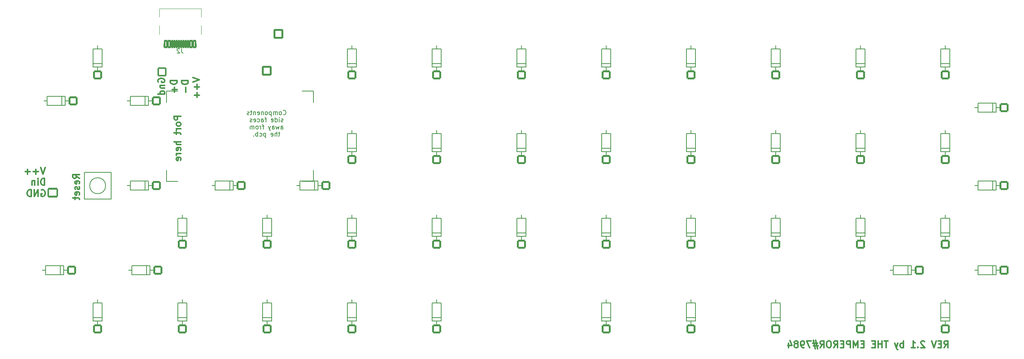
<source format=gbo>
G04 #@! TF.GenerationSoftware,KiCad,Pcbnew,(6.0.2)*
G04 #@! TF.CreationDate,2022-04-02T12:37:14+05:30*
G04 #@! TF.ProjectId,Contra,436f6e74-7261-42e6-9b69-6361645f7063,rev?*
G04 #@! TF.SameCoordinates,Original*
G04 #@! TF.FileFunction,Legend,Bot*
G04 #@! TF.FilePolarity,Positive*
%FSLAX46Y46*%
G04 Gerber Fmt 4.6, Leading zero omitted, Abs format (unit mm)*
G04 Created by KiCad (PCBNEW (6.0.2)) date 2022-04-02 12:37:14*
%MOMM*%
%LPD*%
G01*
G04 APERTURE LIST*
G04 Aperture macros list*
%AMRoundRect*
0 Rectangle with rounded corners*
0 $1 Rounding radius*
0 $2 $3 $4 $5 $6 $7 $8 $9 X,Y pos of 4 corners*
0 Add a 4 corners polygon primitive as box body*
4,1,4,$2,$3,$4,$5,$6,$7,$8,$9,$2,$3,0*
0 Add four circle primitives for the rounded corners*
1,1,$1+$1,$2,$3*
1,1,$1+$1,$4,$5*
1,1,$1+$1,$6,$7*
1,1,$1+$1,$8,$9*
0 Add four rect primitives between the rounded corners*
20,1,$1+$1,$2,$3,$4,$5,0*
20,1,$1+$1,$4,$5,$6,$7,0*
20,1,$1+$1,$6,$7,$8,$9,0*
20,1,$1+$1,$8,$9,$2,$3,0*%
%AMHorizOval*
0 Thick line with rounded ends*
0 $1 width*
0 $2 $3 position (X,Y) of the first rounded end (center of the circle)*
0 $4 $5 position (X,Y) of the second rounded end (center of the circle)*
0 Add line between two ends*
20,1,$1,$2,$3,$4,$5,0*
0 Add two circle primitives to create the rounded ends*
1,1,$1,$2,$3*
1,1,$1,$4,$5*%
G04 Aperture macros list end*
%ADD10C,0.300000*%
%ADD11C,0.200000*%
%ADD12C,0.150000*%
%ADD13C,0.120000*%
%ADD14C,0.010000*%
%ADD15C,2.150000*%
%ADD16C,4.387800*%
%ADD17C,2.650000*%
%ADD18HorizOval,2.650000X0.655001X0.730000X-0.655001X-0.730000X0*%
%ADD19HorizOval,2.650000X0.020000X0.290000X-0.020000X-0.290000X0*%
%ADD20C,3.448000*%
%ADD21C,1.100000*%
%ADD22C,4.800000*%
%ADD23RoundRect,0.200000X0.800000X-0.800000X0.800000X0.800000X-0.800000X0.800000X-0.800000X-0.800000X0*%
%ADD24O,2.000000X2.000000*%
%ADD25RoundRect,0.200000X0.800000X0.800000X-0.800000X0.800000X-0.800000X-0.800000X0.800000X-0.800000X0*%
%ADD26RoundRect,0.200000X0.850000X-0.850000X0.850000X0.850000X-0.850000X0.850000X-0.850000X-0.850000X0*%
%ADD27O,2.100000X2.100000*%
%ADD28RoundRect,0.200000X0.900000X-0.900000X0.900000X0.900000X-0.900000X0.900000X-0.900000X-0.900000X0*%
%ADD29O,2.200000X2.200000*%
%ADD30RoundRect,0.200000X0.900000X0.900000X-0.900000X0.900000X-0.900000X-0.900000X0.900000X-0.900000X0*%
%ADD31RoundRect,0.200000X1.015000X0.865000X-1.015000X0.865000X-1.015000X-0.865000X1.015000X-0.865000X0*%
%ADD32O,2.430000X2.130000*%
%ADD33C,2.432000*%
%ADD34C,1.050000*%
%ADD35RoundRect,0.200000X-0.300000X-0.725000X0.300000X-0.725000X0.300000X0.725000X-0.300000X0.725000X0*%
%ADD36RoundRect,0.200000X-0.150000X-0.725000X0.150000X-0.725000X0.150000X0.725000X-0.150000X0.725000X0*%
%ADD37O,1.400000X2.500000*%
%ADD38O,1.400000X2.000000*%
G04 APERTURE END LIST*
D10*
X237822828Y-103091371D02*
X238322828Y-102377085D01*
X238679971Y-103091371D02*
X238679971Y-101591371D01*
X238108542Y-101591371D01*
X237965685Y-101662800D01*
X237894257Y-101734228D01*
X237822828Y-101877085D01*
X237822828Y-102091371D01*
X237894257Y-102234228D01*
X237965685Y-102305657D01*
X238108542Y-102377085D01*
X238679971Y-102377085D01*
X237179971Y-102305657D02*
X236679971Y-102305657D01*
X236465685Y-103091371D02*
X237179971Y-103091371D01*
X237179971Y-101591371D01*
X236465685Y-101591371D01*
X236037114Y-101591371D02*
X235537114Y-103091371D01*
X235037114Y-101591371D01*
X233465685Y-101734228D02*
X233394257Y-101662800D01*
X233251400Y-101591371D01*
X232894257Y-101591371D01*
X232751400Y-101662800D01*
X232679971Y-101734228D01*
X232608542Y-101877085D01*
X232608542Y-102019942D01*
X232679971Y-102234228D01*
X233537114Y-103091371D01*
X232608542Y-103091371D01*
X231965685Y-102948514D02*
X231894257Y-103019942D01*
X231965685Y-103091371D01*
X232037114Y-103019942D01*
X231965685Y-102948514D01*
X231965685Y-103091371D01*
X230465685Y-103091371D02*
X231322828Y-103091371D01*
X230894257Y-103091371D02*
X230894257Y-101591371D01*
X231037114Y-101805657D01*
X231179971Y-101948514D01*
X231322828Y-102019942D01*
X228679971Y-103091371D02*
X228679971Y-101591371D01*
X228679971Y-102162800D02*
X228537114Y-102091371D01*
X228251400Y-102091371D01*
X228108542Y-102162800D01*
X228037114Y-102234228D01*
X227965685Y-102377085D01*
X227965685Y-102805657D01*
X228037114Y-102948514D01*
X228108542Y-103019942D01*
X228251400Y-103091371D01*
X228537114Y-103091371D01*
X228679971Y-103019942D01*
X227465685Y-102091371D02*
X227108542Y-103091371D01*
X226751400Y-102091371D02*
X227108542Y-103091371D01*
X227251400Y-103448514D01*
X227322828Y-103519942D01*
X227465685Y-103591371D01*
X225251400Y-101591371D02*
X224394257Y-101591371D01*
X224822828Y-103091371D02*
X224822828Y-101591371D01*
X223894257Y-103091371D02*
X223894257Y-101591371D01*
X223894257Y-102305657D02*
X223037114Y-102305657D01*
X223037114Y-103091371D02*
X223037114Y-101591371D01*
X222322828Y-102305657D02*
X221822828Y-102305657D01*
X221608542Y-103091371D02*
X222322828Y-103091371D01*
X222322828Y-101591371D01*
X221608542Y-101591371D01*
X219822828Y-102305657D02*
X219322828Y-102305657D01*
X219108542Y-103091371D02*
X219822828Y-103091371D01*
X219822828Y-101591371D01*
X219108542Y-101591371D01*
X218465685Y-103091371D02*
X218465685Y-101591371D01*
X217965685Y-102662800D01*
X217465685Y-101591371D01*
X217465685Y-103091371D01*
X216751400Y-103091371D02*
X216751400Y-101591371D01*
X216179971Y-101591371D01*
X216037114Y-101662800D01*
X215965685Y-101734228D01*
X215894257Y-101877085D01*
X215894257Y-102091371D01*
X215965685Y-102234228D01*
X216037114Y-102305657D01*
X216179971Y-102377085D01*
X216751400Y-102377085D01*
X215251400Y-102305657D02*
X214751400Y-102305657D01*
X214537114Y-103091371D02*
X215251400Y-103091371D01*
X215251400Y-101591371D01*
X214537114Y-101591371D01*
X213037114Y-103091371D02*
X213537114Y-102377085D01*
X213894257Y-103091371D02*
X213894257Y-101591371D01*
X213322828Y-101591371D01*
X213179971Y-101662800D01*
X213108542Y-101734228D01*
X213037114Y-101877085D01*
X213037114Y-102091371D01*
X213108542Y-102234228D01*
X213179971Y-102305657D01*
X213322828Y-102377085D01*
X213894257Y-102377085D01*
X212108542Y-101591371D02*
X211822828Y-101591371D01*
X211679971Y-101662800D01*
X211537114Y-101805657D01*
X211465685Y-102091371D01*
X211465685Y-102591371D01*
X211537114Y-102877085D01*
X211679971Y-103019942D01*
X211822828Y-103091371D01*
X212108542Y-103091371D01*
X212251400Y-103019942D01*
X212394257Y-102877085D01*
X212465685Y-102591371D01*
X212465685Y-102091371D01*
X212394257Y-101805657D01*
X212251400Y-101662800D01*
X212108542Y-101591371D01*
X209965685Y-103091371D02*
X210465685Y-102377085D01*
X210822828Y-103091371D02*
X210822828Y-101591371D01*
X210251400Y-101591371D01*
X210108542Y-101662800D01*
X210037114Y-101734228D01*
X209965685Y-101877085D01*
X209965685Y-102091371D01*
X210037114Y-102234228D01*
X210108542Y-102305657D01*
X210251400Y-102377085D01*
X210822828Y-102377085D01*
X209394257Y-102091371D02*
X208322828Y-102091371D01*
X208965685Y-101448514D02*
X209394257Y-103377085D01*
X208465685Y-102734228D02*
X209537114Y-102734228D01*
X208894257Y-103377085D02*
X208465685Y-101448514D01*
X207965685Y-101591371D02*
X206965685Y-101591371D01*
X207608542Y-103091371D01*
X206322828Y-103091371D02*
X206037114Y-103091371D01*
X205894257Y-103019942D01*
X205822828Y-102948514D01*
X205679971Y-102734228D01*
X205608542Y-102448514D01*
X205608542Y-101877085D01*
X205679971Y-101734228D01*
X205751400Y-101662800D01*
X205894257Y-101591371D01*
X206179971Y-101591371D01*
X206322828Y-101662800D01*
X206394257Y-101734228D01*
X206465685Y-101877085D01*
X206465685Y-102234228D01*
X206394257Y-102377085D01*
X206322828Y-102448514D01*
X206179971Y-102519942D01*
X205894257Y-102519942D01*
X205751400Y-102448514D01*
X205679971Y-102377085D01*
X205608542Y-102234228D01*
X204751400Y-102234228D02*
X204894257Y-102162800D01*
X204965685Y-102091371D01*
X205037114Y-101948514D01*
X205037114Y-101877085D01*
X204965685Y-101734228D01*
X204894257Y-101662800D01*
X204751400Y-101591371D01*
X204465685Y-101591371D01*
X204322828Y-101662800D01*
X204251400Y-101734228D01*
X204179971Y-101877085D01*
X204179971Y-101948514D01*
X204251400Y-102091371D01*
X204322828Y-102162800D01*
X204465685Y-102234228D01*
X204751400Y-102234228D01*
X204894257Y-102305657D01*
X204965685Y-102377085D01*
X205037114Y-102519942D01*
X205037114Y-102805657D01*
X204965685Y-102948514D01*
X204894257Y-103019942D01*
X204751400Y-103091371D01*
X204465685Y-103091371D01*
X204322828Y-103019942D01*
X204251400Y-102948514D01*
X204179971Y-102805657D01*
X204179971Y-102519942D01*
X204251400Y-102377085D01*
X204322828Y-102305657D01*
X204465685Y-102234228D01*
X202894257Y-102091371D02*
X202894257Y-103091371D01*
X203251400Y-101519942D02*
X203608542Y-102591371D01*
X202679971Y-102591371D01*
X61251400Y-43358714D02*
X61179971Y-43215857D01*
X61179971Y-43001571D01*
X61251400Y-42787285D01*
X61394257Y-42644428D01*
X61537114Y-42573000D01*
X61822828Y-42501571D01*
X62037114Y-42501571D01*
X62322828Y-42573000D01*
X62465685Y-42644428D01*
X62608542Y-42787285D01*
X62679971Y-43001571D01*
X62679971Y-43144428D01*
X62608542Y-43358714D01*
X62537114Y-43430142D01*
X62037114Y-43430142D01*
X62037114Y-43144428D01*
X61679971Y-44073000D02*
X62679971Y-44073000D01*
X61822828Y-44073000D02*
X61751400Y-44144428D01*
X61679971Y-44287285D01*
X61679971Y-44501571D01*
X61751400Y-44644428D01*
X61894257Y-44715857D01*
X62679971Y-44715857D01*
X62679971Y-46073000D02*
X61179971Y-46073000D01*
X62608542Y-46073000D02*
X62679971Y-45930142D01*
X62679971Y-45644428D01*
X62608542Y-45501571D01*
X62537114Y-45430142D01*
X62394257Y-45358714D01*
X61965685Y-45358714D01*
X61822828Y-45430142D01*
X61751400Y-45501571D01*
X61679971Y-45644428D01*
X61679971Y-45930142D01*
X61751400Y-46073000D01*
X67963171Y-43026971D02*
X66463171Y-43026971D01*
X66463171Y-43384114D01*
X66534600Y-43598400D01*
X66677457Y-43741257D01*
X66820314Y-43812685D01*
X67106028Y-43884114D01*
X67320314Y-43884114D01*
X67606028Y-43812685D01*
X67748885Y-43741257D01*
X67891742Y-43598400D01*
X67963171Y-43384114D01*
X67963171Y-43026971D01*
X67391742Y-44526971D02*
X67391742Y-45669828D01*
X34950257Y-67677600D02*
X35093114Y-67606171D01*
X35307400Y-67606171D01*
X35521685Y-67677600D01*
X35664542Y-67820457D01*
X35735971Y-67963314D01*
X35807400Y-68249028D01*
X35807400Y-68463314D01*
X35735971Y-68749028D01*
X35664542Y-68891885D01*
X35521685Y-69034742D01*
X35307400Y-69106171D01*
X35164542Y-69106171D01*
X34950257Y-69034742D01*
X34878828Y-68963314D01*
X34878828Y-68463314D01*
X35164542Y-68463314D01*
X34235971Y-69106171D02*
X34235971Y-67606171D01*
X33378828Y-69106171D01*
X33378828Y-67606171D01*
X32664542Y-69106171D02*
X32664542Y-67606171D01*
X32307400Y-67606171D01*
X32093114Y-67677600D01*
X31950257Y-67820457D01*
X31878828Y-67963314D01*
X31807400Y-68249028D01*
X31807400Y-68463314D01*
X31878828Y-68749028D01*
X31950257Y-68891885D01*
X32093114Y-69034742D01*
X32307400Y-69106171D01*
X32664542Y-69106171D01*
X35808942Y-62602371D02*
X35308942Y-64102371D01*
X34808942Y-62602371D01*
X34308942Y-63530942D02*
X33166085Y-63530942D01*
X33737514Y-64102371D02*
X33737514Y-62959514D01*
X32451800Y-63530942D02*
X31308942Y-63530942D01*
X31880371Y-64102371D02*
X31880371Y-62959514D01*
D11*
X89310695Y-50596342D02*
X89358314Y-50643961D01*
X89501171Y-50691580D01*
X89596409Y-50691580D01*
X89739266Y-50643961D01*
X89834504Y-50548723D01*
X89882123Y-50453485D01*
X89929742Y-50263009D01*
X89929742Y-50120152D01*
X89882123Y-49929676D01*
X89834504Y-49834438D01*
X89739266Y-49739200D01*
X89596409Y-49691580D01*
X89501171Y-49691580D01*
X89358314Y-49739200D01*
X89310695Y-49786819D01*
X88739266Y-50691580D02*
X88834504Y-50643961D01*
X88882123Y-50596342D01*
X88929742Y-50501104D01*
X88929742Y-50215390D01*
X88882123Y-50120152D01*
X88834504Y-50072533D01*
X88739266Y-50024914D01*
X88596409Y-50024914D01*
X88501171Y-50072533D01*
X88453552Y-50120152D01*
X88405933Y-50215390D01*
X88405933Y-50501104D01*
X88453552Y-50596342D01*
X88501171Y-50643961D01*
X88596409Y-50691580D01*
X88739266Y-50691580D01*
X87977361Y-50691580D02*
X87977361Y-50024914D01*
X87977361Y-50120152D02*
X87929742Y-50072533D01*
X87834504Y-50024914D01*
X87691647Y-50024914D01*
X87596409Y-50072533D01*
X87548790Y-50167771D01*
X87548790Y-50691580D01*
X87548790Y-50167771D02*
X87501171Y-50072533D01*
X87405933Y-50024914D01*
X87263076Y-50024914D01*
X87167838Y-50072533D01*
X87120219Y-50167771D01*
X87120219Y-50691580D01*
X86644028Y-50024914D02*
X86644028Y-51024914D01*
X86644028Y-50072533D02*
X86548790Y-50024914D01*
X86358314Y-50024914D01*
X86263076Y-50072533D01*
X86215457Y-50120152D01*
X86167838Y-50215390D01*
X86167838Y-50501104D01*
X86215457Y-50596342D01*
X86263076Y-50643961D01*
X86358314Y-50691580D01*
X86548790Y-50691580D01*
X86644028Y-50643961D01*
X85596409Y-50691580D02*
X85691647Y-50643961D01*
X85739266Y-50596342D01*
X85786885Y-50501104D01*
X85786885Y-50215390D01*
X85739266Y-50120152D01*
X85691647Y-50072533D01*
X85596409Y-50024914D01*
X85453552Y-50024914D01*
X85358314Y-50072533D01*
X85310695Y-50120152D01*
X85263076Y-50215390D01*
X85263076Y-50501104D01*
X85310695Y-50596342D01*
X85358314Y-50643961D01*
X85453552Y-50691580D01*
X85596409Y-50691580D01*
X84834504Y-50024914D02*
X84834504Y-50691580D01*
X84834504Y-50120152D02*
X84786885Y-50072533D01*
X84691647Y-50024914D01*
X84548790Y-50024914D01*
X84453552Y-50072533D01*
X84405933Y-50167771D01*
X84405933Y-50691580D01*
X83548790Y-50643961D02*
X83644028Y-50691580D01*
X83834504Y-50691580D01*
X83929742Y-50643961D01*
X83977361Y-50548723D01*
X83977361Y-50167771D01*
X83929742Y-50072533D01*
X83834504Y-50024914D01*
X83644028Y-50024914D01*
X83548790Y-50072533D01*
X83501171Y-50167771D01*
X83501171Y-50263009D01*
X83977361Y-50358247D01*
X83072600Y-50024914D02*
X83072600Y-50691580D01*
X83072600Y-50120152D02*
X83024980Y-50072533D01*
X82929742Y-50024914D01*
X82786885Y-50024914D01*
X82691647Y-50072533D01*
X82644028Y-50167771D01*
X82644028Y-50691580D01*
X82310695Y-50024914D02*
X81929742Y-50024914D01*
X82167838Y-49691580D02*
X82167838Y-50548723D01*
X82120219Y-50643961D01*
X82024980Y-50691580D01*
X81929742Y-50691580D01*
X81644028Y-50643961D02*
X81548790Y-50691580D01*
X81358314Y-50691580D01*
X81263076Y-50643961D01*
X81215457Y-50548723D01*
X81215457Y-50501104D01*
X81263076Y-50405866D01*
X81358314Y-50358247D01*
X81501171Y-50358247D01*
X81596409Y-50310628D01*
X81644028Y-50215390D01*
X81644028Y-50167771D01*
X81596409Y-50072533D01*
X81501171Y-50024914D01*
X81358314Y-50024914D01*
X81263076Y-50072533D01*
X89286885Y-52253961D02*
X89191647Y-52301580D01*
X89001171Y-52301580D01*
X88905933Y-52253961D01*
X88858314Y-52158723D01*
X88858314Y-52111104D01*
X88905933Y-52015866D01*
X89001171Y-51968247D01*
X89144028Y-51968247D01*
X89239266Y-51920628D01*
X89286885Y-51825390D01*
X89286885Y-51777771D01*
X89239266Y-51682533D01*
X89144028Y-51634914D01*
X89001171Y-51634914D01*
X88905933Y-51682533D01*
X88429742Y-52301580D02*
X88429742Y-51634914D01*
X88429742Y-51301580D02*
X88477361Y-51349200D01*
X88429742Y-51396819D01*
X88382123Y-51349200D01*
X88429742Y-51301580D01*
X88429742Y-51396819D01*
X87524980Y-52301580D02*
X87524980Y-51301580D01*
X87524980Y-52253961D02*
X87620219Y-52301580D01*
X87810695Y-52301580D01*
X87905933Y-52253961D01*
X87953552Y-52206342D01*
X88001171Y-52111104D01*
X88001171Y-51825390D01*
X87953552Y-51730152D01*
X87905933Y-51682533D01*
X87810695Y-51634914D01*
X87620219Y-51634914D01*
X87524980Y-51682533D01*
X86667838Y-52253961D02*
X86763076Y-52301580D01*
X86953552Y-52301580D01*
X87048790Y-52253961D01*
X87096409Y-52158723D01*
X87096409Y-51777771D01*
X87048790Y-51682533D01*
X86953552Y-51634914D01*
X86763076Y-51634914D01*
X86667838Y-51682533D01*
X86620219Y-51777771D01*
X86620219Y-51873009D01*
X87096409Y-51968247D01*
X85572600Y-51634914D02*
X85191647Y-51634914D01*
X85429742Y-52301580D02*
X85429742Y-51444438D01*
X85382123Y-51349200D01*
X85286885Y-51301580D01*
X85191647Y-51301580D01*
X84429742Y-52301580D02*
X84429742Y-51777771D01*
X84477361Y-51682533D01*
X84572600Y-51634914D01*
X84763076Y-51634914D01*
X84858314Y-51682533D01*
X84429742Y-52253961D02*
X84524980Y-52301580D01*
X84763076Y-52301580D01*
X84858314Y-52253961D01*
X84905933Y-52158723D01*
X84905933Y-52063485D01*
X84858314Y-51968247D01*
X84763076Y-51920628D01*
X84524980Y-51920628D01*
X84429742Y-51873009D01*
X83524980Y-52253961D02*
X83620219Y-52301580D01*
X83810695Y-52301580D01*
X83905933Y-52253961D01*
X83953552Y-52206342D01*
X84001171Y-52111104D01*
X84001171Y-51825390D01*
X83953552Y-51730152D01*
X83905933Y-51682533D01*
X83810695Y-51634914D01*
X83620219Y-51634914D01*
X83524980Y-51682533D01*
X82715457Y-52253961D02*
X82810695Y-52301580D01*
X83001171Y-52301580D01*
X83096409Y-52253961D01*
X83144028Y-52158723D01*
X83144028Y-51777771D01*
X83096409Y-51682533D01*
X83001171Y-51634914D01*
X82810695Y-51634914D01*
X82715457Y-51682533D01*
X82667838Y-51777771D01*
X82667838Y-51873009D01*
X83144028Y-51968247D01*
X82286885Y-52253961D02*
X82191647Y-52301580D01*
X82001171Y-52301580D01*
X81905933Y-52253961D01*
X81858314Y-52158723D01*
X81858314Y-52111104D01*
X81905933Y-52015866D01*
X82001171Y-51968247D01*
X82144028Y-51968247D01*
X82239266Y-51920628D01*
X82286885Y-51825390D01*
X82286885Y-51777771D01*
X82239266Y-51682533D01*
X82144028Y-51634914D01*
X82001171Y-51634914D01*
X81905933Y-51682533D01*
X88810695Y-53911580D02*
X88810695Y-53387771D01*
X88858314Y-53292533D01*
X88953552Y-53244914D01*
X89144028Y-53244914D01*
X89239266Y-53292533D01*
X88810695Y-53863961D02*
X88905933Y-53911580D01*
X89144028Y-53911580D01*
X89239266Y-53863961D01*
X89286885Y-53768723D01*
X89286885Y-53673485D01*
X89239266Y-53578247D01*
X89144028Y-53530628D01*
X88905933Y-53530628D01*
X88810695Y-53483009D01*
X88429742Y-53244914D02*
X88239266Y-53911580D01*
X88048790Y-53435390D01*
X87858314Y-53911580D01*
X87667838Y-53244914D01*
X86858314Y-53911580D02*
X86858314Y-53387771D01*
X86905933Y-53292533D01*
X87001171Y-53244914D01*
X87191647Y-53244914D01*
X87286885Y-53292533D01*
X86858314Y-53863961D02*
X86953552Y-53911580D01*
X87191647Y-53911580D01*
X87286885Y-53863961D01*
X87334504Y-53768723D01*
X87334504Y-53673485D01*
X87286885Y-53578247D01*
X87191647Y-53530628D01*
X86953552Y-53530628D01*
X86858314Y-53483009D01*
X86477361Y-53244914D02*
X86239266Y-53911580D01*
X86001171Y-53244914D02*
X86239266Y-53911580D01*
X86334504Y-54149676D01*
X86382123Y-54197295D01*
X86477361Y-54244914D01*
X85001171Y-53244914D02*
X84620219Y-53244914D01*
X84858314Y-53911580D02*
X84858314Y-53054438D01*
X84810695Y-52959200D01*
X84715457Y-52911580D01*
X84620219Y-52911580D01*
X84286885Y-53911580D02*
X84286885Y-53244914D01*
X84286885Y-53435390D02*
X84239266Y-53340152D01*
X84191647Y-53292533D01*
X84096409Y-53244914D01*
X84001171Y-53244914D01*
X83524980Y-53911580D02*
X83620219Y-53863961D01*
X83667838Y-53816342D01*
X83715457Y-53721104D01*
X83715457Y-53435390D01*
X83667838Y-53340152D01*
X83620219Y-53292533D01*
X83524980Y-53244914D01*
X83382123Y-53244914D01*
X83286885Y-53292533D01*
X83239266Y-53340152D01*
X83191647Y-53435390D01*
X83191647Y-53721104D01*
X83239266Y-53816342D01*
X83286885Y-53863961D01*
X83382123Y-53911580D01*
X83524980Y-53911580D01*
X82763076Y-53911580D02*
X82763076Y-53244914D01*
X82763076Y-53340152D02*
X82715457Y-53292533D01*
X82620219Y-53244914D01*
X82477361Y-53244914D01*
X82382123Y-53292533D01*
X82334504Y-53387771D01*
X82334504Y-53911580D01*
X82334504Y-53387771D02*
X82286885Y-53292533D01*
X82191647Y-53244914D01*
X82048790Y-53244914D01*
X81953552Y-53292533D01*
X81905933Y-53387771D01*
X81905933Y-53911580D01*
X88596409Y-54854914D02*
X88215457Y-54854914D01*
X88453552Y-54521580D02*
X88453552Y-55378723D01*
X88405933Y-55473961D01*
X88310695Y-55521580D01*
X88215457Y-55521580D01*
X87882123Y-55521580D02*
X87882123Y-54521580D01*
X87453552Y-55521580D02*
X87453552Y-54997771D01*
X87501171Y-54902533D01*
X87596409Y-54854914D01*
X87739266Y-54854914D01*
X87834504Y-54902533D01*
X87882123Y-54950152D01*
X86596409Y-55473961D02*
X86691647Y-55521580D01*
X86882123Y-55521580D01*
X86977361Y-55473961D01*
X87024980Y-55378723D01*
X87024980Y-54997771D01*
X86977361Y-54902533D01*
X86882123Y-54854914D01*
X86691647Y-54854914D01*
X86596409Y-54902533D01*
X86548790Y-54997771D01*
X86548790Y-55093009D01*
X87024980Y-55188247D01*
X85358314Y-54854914D02*
X85358314Y-55854914D01*
X85358314Y-54902533D02*
X85263076Y-54854914D01*
X85072600Y-54854914D01*
X84977361Y-54902533D01*
X84929742Y-54950152D01*
X84882123Y-55045390D01*
X84882123Y-55331104D01*
X84929742Y-55426342D01*
X84977361Y-55473961D01*
X85072600Y-55521580D01*
X85263076Y-55521580D01*
X85358314Y-55473961D01*
X84024980Y-55473961D02*
X84120219Y-55521580D01*
X84310695Y-55521580D01*
X84405933Y-55473961D01*
X84453552Y-55426342D01*
X84501171Y-55331104D01*
X84501171Y-55045390D01*
X84453552Y-54950152D01*
X84405933Y-54902533D01*
X84310695Y-54854914D01*
X84120219Y-54854914D01*
X84024980Y-54902533D01*
X83596409Y-55521580D02*
X83596409Y-54521580D01*
X83596409Y-54902533D02*
X83501171Y-54854914D01*
X83310695Y-54854914D01*
X83215457Y-54902533D01*
X83167838Y-54950152D01*
X83120219Y-55045390D01*
X83120219Y-55331104D01*
X83167838Y-55426342D01*
X83215457Y-55473961D01*
X83310695Y-55521580D01*
X83501171Y-55521580D01*
X83596409Y-55473961D01*
X82691647Y-55426342D02*
X82644028Y-55473961D01*
X82691647Y-55521580D01*
X82739266Y-55473961D01*
X82691647Y-55426342D01*
X82691647Y-55521580D01*
D10*
X35693171Y-66566171D02*
X35693171Y-65066171D01*
X35336028Y-65066171D01*
X35121742Y-65137600D01*
X34978885Y-65280457D01*
X34907457Y-65423314D01*
X34836028Y-65709028D01*
X34836028Y-65923314D01*
X34907457Y-66209028D01*
X34978885Y-66351885D01*
X35121742Y-66494742D01*
X35336028Y-66566171D01*
X35693171Y-66566171D01*
X34193171Y-66566171D02*
X34193171Y-65566171D01*
X34193171Y-65066171D02*
X34264600Y-65137600D01*
X34193171Y-65209028D01*
X34121742Y-65137600D01*
X34193171Y-65066171D01*
X34193171Y-65209028D01*
X33478885Y-65566171D02*
X33478885Y-66566171D01*
X33478885Y-65709028D02*
X33407457Y-65637600D01*
X33264600Y-65566171D01*
X33050314Y-65566171D01*
X32907457Y-65637600D01*
X32836028Y-65780457D01*
X32836028Y-66566171D01*
X65473971Y-43001571D02*
X63973971Y-43001571D01*
X63973971Y-43358714D01*
X64045400Y-43573000D01*
X64188257Y-43715857D01*
X64331114Y-43787285D01*
X64616828Y-43858714D01*
X64831114Y-43858714D01*
X65116828Y-43787285D01*
X65259685Y-43715857D01*
X65402542Y-43573000D01*
X65473971Y-43358714D01*
X65473971Y-43001571D01*
X64902542Y-44501571D02*
X64902542Y-45644428D01*
X65473971Y-45073000D02*
X64331114Y-45073000D01*
X43528371Y-65021057D02*
X42814085Y-64521057D01*
X43528371Y-64163914D02*
X42028371Y-64163914D01*
X42028371Y-64735342D01*
X42099800Y-64878200D01*
X42171228Y-64949628D01*
X42314085Y-65021057D01*
X42528371Y-65021057D01*
X42671228Y-64949628D01*
X42742657Y-64878200D01*
X42814085Y-64735342D01*
X42814085Y-64163914D01*
X43456942Y-66235342D02*
X43528371Y-66092485D01*
X43528371Y-65806771D01*
X43456942Y-65663914D01*
X43314085Y-65592485D01*
X42742657Y-65592485D01*
X42599800Y-65663914D01*
X42528371Y-65806771D01*
X42528371Y-66092485D01*
X42599800Y-66235342D01*
X42742657Y-66306771D01*
X42885514Y-66306771D01*
X43028371Y-65592485D01*
X43456942Y-66878200D02*
X43528371Y-67021057D01*
X43528371Y-67306771D01*
X43456942Y-67449628D01*
X43314085Y-67521057D01*
X43242657Y-67521057D01*
X43099800Y-67449628D01*
X43028371Y-67306771D01*
X43028371Y-67092485D01*
X42956942Y-66949628D01*
X42814085Y-66878200D01*
X42742657Y-66878200D01*
X42599800Y-66949628D01*
X42528371Y-67092485D01*
X42528371Y-67306771D01*
X42599800Y-67449628D01*
X43456942Y-68735342D02*
X43528371Y-68592485D01*
X43528371Y-68306771D01*
X43456942Y-68163914D01*
X43314085Y-68092485D01*
X42742657Y-68092485D01*
X42599800Y-68163914D01*
X42528371Y-68306771D01*
X42528371Y-68592485D01*
X42599800Y-68735342D01*
X42742657Y-68806771D01*
X42885514Y-68806771D01*
X43028371Y-68092485D01*
X42528371Y-69235342D02*
X42528371Y-69806771D01*
X42028371Y-69449628D02*
X43314085Y-69449628D01*
X43456942Y-69521057D01*
X43528371Y-69663914D01*
X43528371Y-69806771D01*
X66312171Y-51017314D02*
X64812171Y-51017314D01*
X64812171Y-51588742D01*
X64883600Y-51731600D01*
X64955028Y-51803028D01*
X65097885Y-51874457D01*
X65312171Y-51874457D01*
X65455028Y-51803028D01*
X65526457Y-51731600D01*
X65597885Y-51588742D01*
X65597885Y-51017314D01*
X66312171Y-52731600D02*
X66240742Y-52588742D01*
X66169314Y-52517314D01*
X66026457Y-52445885D01*
X65597885Y-52445885D01*
X65455028Y-52517314D01*
X65383600Y-52588742D01*
X65312171Y-52731600D01*
X65312171Y-52945885D01*
X65383600Y-53088742D01*
X65455028Y-53160171D01*
X65597885Y-53231600D01*
X66026457Y-53231600D01*
X66169314Y-53160171D01*
X66240742Y-53088742D01*
X66312171Y-52945885D01*
X66312171Y-52731600D01*
X66312171Y-53874457D02*
X65312171Y-53874457D01*
X65597885Y-53874457D02*
X65455028Y-53945885D01*
X65383600Y-54017314D01*
X65312171Y-54160171D01*
X65312171Y-54303028D01*
X65312171Y-54588742D02*
X65312171Y-55160171D01*
X64812171Y-54803028D02*
X66097885Y-54803028D01*
X66240742Y-54874457D01*
X66312171Y-55017314D01*
X66312171Y-55160171D01*
X66312171Y-56803028D02*
X64812171Y-56803028D01*
X66312171Y-57445885D02*
X65526457Y-57445885D01*
X65383600Y-57374457D01*
X65312171Y-57231600D01*
X65312171Y-57017314D01*
X65383600Y-56874457D01*
X65455028Y-56803028D01*
X66240742Y-58731600D02*
X66312171Y-58588742D01*
X66312171Y-58303028D01*
X66240742Y-58160171D01*
X66097885Y-58088742D01*
X65526457Y-58088742D01*
X65383600Y-58160171D01*
X65312171Y-58303028D01*
X65312171Y-58588742D01*
X65383600Y-58731600D01*
X65526457Y-58803028D01*
X65669314Y-58803028D01*
X65812171Y-58088742D01*
X66312171Y-59445885D02*
X65312171Y-59445885D01*
X65597885Y-59445885D02*
X65455028Y-59517314D01*
X65383600Y-59588742D01*
X65312171Y-59731600D01*
X65312171Y-59874457D01*
X66240742Y-60945885D02*
X66312171Y-60803028D01*
X66312171Y-60517314D01*
X66240742Y-60374457D01*
X66097885Y-60303028D01*
X65526457Y-60303028D01*
X65383600Y-60374457D01*
X65312171Y-60517314D01*
X65312171Y-60803028D01*
X65383600Y-60945885D01*
X65526457Y-61017314D01*
X65669314Y-61017314D01*
X65812171Y-60303028D01*
X69003171Y-42346857D02*
X70503171Y-42846857D01*
X69003171Y-43346857D01*
X69931742Y-43846857D02*
X69931742Y-44989714D01*
X70503171Y-44418285D02*
X69360314Y-44418285D01*
X69931742Y-45704000D02*
X69931742Y-46846857D01*
X70503171Y-46275428D02*
X69360314Y-46275428D01*
D12*
X66485093Y-35831380D02*
X66485093Y-36545666D01*
X66532712Y-36688523D01*
X66627950Y-36783761D01*
X66770807Y-36831380D01*
X66866045Y-36831380D01*
X66056521Y-35926619D02*
X66008902Y-35879000D01*
X65913664Y-35831380D01*
X65675569Y-35831380D01*
X65580331Y-35879000D01*
X65532712Y-35926619D01*
X65485093Y-36021857D01*
X65485093Y-36117095D01*
X65532712Y-36259952D01*
X66104140Y-36831380D01*
X65485093Y-36831380D01*
X46609000Y-39211250D02*
X48641000Y-39211250D01*
X48641000Y-35909250D02*
X46609000Y-35909250D01*
X46609000Y-39973250D02*
X48641000Y-39973250D01*
X48641000Y-39973250D02*
X48641000Y-35909250D01*
X46609000Y-35909250D02*
X46609000Y-39973250D01*
X47625000Y-39973250D02*
X47625000Y-40735250D01*
X47625000Y-35909250D02*
X47625000Y-35147250D01*
X54959250Y-48641000D02*
X59023250Y-48641000D01*
X54959250Y-46609000D02*
X54959250Y-48641000D01*
X59023250Y-48641000D02*
X59023250Y-46609000D01*
X59023250Y-46609000D02*
X54959250Y-46609000D01*
X58261250Y-48641000D02*
X58261250Y-46609000D01*
X54959250Y-47625000D02*
X54197250Y-47625000D01*
X59023250Y-47625000D02*
X59785250Y-47625000D01*
X74009250Y-67691000D02*
X78073250Y-67691000D01*
X74009250Y-65659000D02*
X74009250Y-67691000D01*
X77311250Y-67691000D02*
X77311250Y-65659000D01*
X74009250Y-66675000D02*
X73247250Y-66675000D01*
X78073250Y-66675000D02*
X78835250Y-66675000D01*
X78073250Y-67691000D02*
X78073250Y-65659000D01*
X78073250Y-65659000D02*
X74009250Y-65659000D01*
X104775000Y-39973250D02*
X104775000Y-40735250D01*
X103759000Y-39211250D02*
X105791000Y-39211250D01*
X103759000Y-39973250D02*
X105791000Y-39973250D01*
X105791000Y-35909250D02*
X103759000Y-35909250D01*
X103759000Y-35909250D02*
X103759000Y-39973250D01*
X105791000Y-39973250D02*
X105791000Y-35909250D01*
X104775000Y-35909250D02*
X104775000Y-35147250D01*
X123825000Y-39973250D02*
X123825000Y-40735250D01*
X122809000Y-39211250D02*
X124841000Y-39211250D01*
X123825000Y-35909250D02*
X123825000Y-35147250D01*
X124841000Y-35909250D02*
X122809000Y-35909250D01*
X124841000Y-39973250D02*
X124841000Y-35909250D01*
X122809000Y-35909250D02*
X122809000Y-39973250D01*
X122809000Y-39973250D02*
X124841000Y-39973250D01*
X142875000Y-35909250D02*
X142875000Y-35147250D01*
X142875000Y-39973250D02*
X142875000Y-40735250D01*
X143891000Y-39973250D02*
X143891000Y-35909250D01*
X143891000Y-35909250D02*
X141859000Y-35909250D01*
X141859000Y-35909250D02*
X141859000Y-39973250D01*
X141859000Y-39973250D02*
X143891000Y-39973250D01*
X141859000Y-39211250D02*
X143891000Y-39211250D01*
X160909000Y-39211250D02*
X162941000Y-39211250D01*
X161925000Y-39973250D02*
X161925000Y-40735250D01*
X160909000Y-39973250D02*
X162941000Y-39973250D01*
X162941000Y-39973250D02*
X162941000Y-35909250D01*
X162941000Y-35909250D02*
X160909000Y-35909250D01*
X161925000Y-35909250D02*
X161925000Y-35147250D01*
X160909000Y-35909250D02*
X160909000Y-39973250D01*
X180975000Y-39973250D02*
X180975000Y-40735250D01*
X179959000Y-39973250D02*
X181991000Y-39973250D01*
X179959000Y-39211250D02*
X181991000Y-39211250D01*
X181991000Y-35909250D02*
X179959000Y-35909250D01*
X181991000Y-39973250D02*
X181991000Y-35909250D01*
X179959000Y-35909250D02*
X179959000Y-39973250D01*
X180975000Y-35909250D02*
X180975000Y-35147250D01*
X201041000Y-35909250D02*
X199009000Y-35909250D01*
X201041000Y-39973250D02*
X201041000Y-35909250D01*
X199009000Y-39973250D02*
X201041000Y-39973250D01*
X200025000Y-39973250D02*
X200025000Y-40735250D01*
X199009000Y-39211250D02*
X201041000Y-39211250D01*
X200025000Y-35909250D02*
X200025000Y-35147250D01*
X199009000Y-35909250D02*
X199009000Y-39973250D01*
X219075000Y-35909250D02*
X219075000Y-35147250D01*
X218059000Y-39211250D02*
X220091000Y-39211250D01*
X220091000Y-35909250D02*
X218059000Y-35909250D01*
X220091000Y-39973250D02*
X220091000Y-35909250D01*
X218059000Y-39973250D02*
X220091000Y-39973250D01*
X218059000Y-35909250D02*
X218059000Y-39973250D01*
X219075000Y-39973250D02*
X219075000Y-40735250D01*
X238125000Y-39973250D02*
X238125000Y-40735250D01*
X237109000Y-39973250D02*
X239141000Y-39973250D01*
X238125000Y-35909250D02*
X238125000Y-35147250D01*
X237109000Y-35909250D02*
X237109000Y-39973250D01*
X239141000Y-39973250D02*
X239141000Y-35909250D01*
X239141000Y-35909250D02*
X237109000Y-35909250D01*
X237109000Y-39211250D02*
X239141000Y-39211250D01*
X245437660Y-50091340D02*
X249501660Y-50091340D01*
X249501660Y-50091340D02*
X249501660Y-48059340D01*
X249501660Y-48059340D02*
X245437660Y-48059340D01*
X249501660Y-49075340D02*
X250263660Y-49075340D01*
X248739660Y-50091340D02*
X248739660Y-48059340D01*
X245437660Y-49075340D02*
X244675660Y-49075340D01*
X245437660Y-48059340D02*
X245437660Y-50091340D01*
X36226750Y-48641000D02*
X40290750Y-48641000D01*
X36226750Y-46609000D02*
X36226750Y-48641000D01*
X39528750Y-48641000D02*
X39528750Y-46609000D01*
X36226750Y-47625000D02*
X35464750Y-47625000D01*
X40290750Y-48641000D02*
X40290750Y-46609000D01*
X40290750Y-46609000D02*
X36226750Y-46609000D01*
X40290750Y-47625000D02*
X41052750Y-47625000D01*
X59023250Y-67691000D02*
X59023250Y-65659000D01*
X54959250Y-66675000D02*
X54197250Y-66675000D01*
X59023250Y-66675000D02*
X59785250Y-66675000D01*
X54959250Y-65659000D02*
X54959250Y-67691000D01*
X54959250Y-67691000D02*
X59023250Y-67691000D01*
X58261250Y-67691000D02*
X58261250Y-65659000D01*
X59023250Y-65659000D02*
X54959250Y-65659000D01*
X97123250Y-66675000D02*
X97885250Y-66675000D01*
X93059250Y-65659000D02*
X93059250Y-67691000D01*
X97123250Y-67691000D02*
X97123250Y-65659000D01*
X93059250Y-66675000D02*
X92297250Y-66675000D01*
X97123250Y-65659000D02*
X93059250Y-65659000D01*
X93059250Y-67691000D02*
X97123250Y-67691000D01*
X96361250Y-67691000D02*
X96361250Y-65659000D01*
X105791000Y-54959250D02*
X103759000Y-54959250D01*
X103759000Y-54959250D02*
X103759000Y-59023250D01*
X103759000Y-58261250D02*
X105791000Y-58261250D01*
X105791000Y-59023250D02*
X105791000Y-54959250D01*
X104775000Y-54959250D02*
X104775000Y-54197250D01*
X103759000Y-59023250D02*
X105791000Y-59023250D01*
X104775000Y-59023250D02*
X104775000Y-59785250D01*
X124841000Y-59023250D02*
X124841000Y-54959250D01*
X123825000Y-54959250D02*
X123825000Y-54197250D01*
X122809000Y-54959250D02*
X122809000Y-59023250D01*
X124841000Y-54959250D02*
X122809000Y-54959250D01*
X123825000Y-59023250D02*
X123825000Y-59785250D01*
X122809000Y-58261250D02*
X124841000Y-58261250D01*
X122809000Y-59023250D02*
X124841000Y-59023250D01*
X141859000Y-54959250D02*
X141859000Y-59023250D01*
X141859000Y-59023250D02*
X143891000Y-59023250D01*
X143891000Y-54959250D02*
X141859000Y-54959250D01*
X142875000Y-54959250D02*
X142875000Y-54197250D01*
X142875000Y-59023250D02*
X142875000Y-59785250D01*
X143891000Y-59023250D02*
X143891000Y-54959250D01*
X141859000Y-58261250D02*
X143891000Y-58261250D01*
X160909000Y-58261250D02*
X162941000Y-58261250D01*
X161925000Y-59023250D02*
X161925000Y-59785250D01*
X160909000Y-54959250D02*
X160909000Y-59023250D01*
X162941000Y-59023250D02*
X162941000Y-54959250D01*
X161925000Y-54959250D02*
X161925000Y-54197250D01*
X160909000Y-59023250D02*
X162941000Y-59023250D01*
X162941000Y-54959250D02*
X160909000Y-54959250D01*
X180975000Y-59023250D02*
X180975000Y-59785250D01*
X179959000Y-59023250D02*
X181991000Y-59023250D01*
X179959000Y-54959250D02*
X179959000Y-59023250D01*
X181991000Y-59023250D02*
X181991000Y-54959250D01*
X181991000Y-54959250D02*
X179959000Y-54959250D01*
X179959000Y-58261250D02*
X181991000Y-58261250D01*
X180975000Y-54959250D02*
X180975000Y-54197250D01*
X200025000Y-59023250D02*
X200025000Y-59785250D01*
X201041000Y-59023250D02*
X201041000Y-54959250D01*
X199009000Y-58261250D02*
X201041000Y-58261250D01*
X199009000Y-54959250D02*
X199009000Y-59023250D01*
X199009000Y-59023250D02*
X201041000Y-59023250D01*
X201041000Y-54959250D02*
X199009000Y-54959250D01*
X200025000Y-54959250D02*
X200025000Y-54197250D01*
X218059000Y-58261250D02*
X220091000Y-58261250D01*
X220091000Y-59023250D02*
X220091000Y-54959250D01*
X220091000Y-54959250D02*
X218059000Y-54959250D01*
X218059000Y-59023250D02*
X220091000Y-59023250D01*
X218059000Y-54959250D02*
X218059000Y-59023250D01*
X219075000Y-54959250D02*
X219075000Y-54197250D01*
X219075000Y-59023250D02*
X219075000Y-59785250D01*
X237109000Y-59023250D02*
X239141000Y-59023250D01*
X239141000Y-59023250D02*
X239141000Y-54959250D01*
X237109000Y-58261250D02*
X239141000Y-58261250D01*
X238125000Y-59023250D02*
X238125000Y-59785250D01*
X239141000Y-54959250D02*
X237109000Y-54959250D01*
X238125000Y-54959250D02*
X238125000Y-54197250D01*
X237109000Y-54959250D02*
X237109000Y-59023250D01*
X248761250Y-67691000D02*
X248761250Y-65659000D01*
X245459250Y-66675000D02*
X244697250Y-66675000D01*
X249523250Y-67691000D02*
X249523250Y-65659000D01*
X249523250Y-66675000D02*
X250285250Y-66675000D01*
X245459250Y-65659000D02*
X245459250Y-67691000D01*
X249523250Y-65659000D02*
X245459250Y-65659000D01*
X245459250Y-67691000D02*
X249523250Y-67691000D01*
X59340750Y-86741000D02*
X59340750Y-84709000D01*
X59340750Y-84709000D02*
X55276750Y-84709000D01*
X55276750Y-85725000D02*
X54514750Y-85725000D01*
X59340750Y-85725000D02*
X60102750Y-85725000D01*
X58578750Y-86741000D02*
X58578750Y-84709000D01*
X55276750Y-86741000D02*
X59340750Y-86741000D01*
X55276750Y-84709000D02*
X55276750Y-86741000D01*
X65659000Y-74009250D02*
X65659000Y-78073250D01*
X65659000Y-78073250D02*
X67691000Y-78073250D01*
X67691000Y-74009250D02*
X65659000Y-74009250D01*
X66675000Y-78073250D02*
X66675000Y-78835250D01*
X66675000Y-74009250D02*
X66675000Y-73247250D01*
X67691000Y-78073250D02*
X67691000Y-74009250D01*
X65659000Y-77311250D02*
X67691000Y-77311250D01*
X85725000Y-78073250D02*
X85725000Y-78835250D01*
X84709000Y-77311250D02*
X86741000Y-77311250D01*
X84709000Y-78073250D02*
X86741000Y-78073250D01*
X86741000Y-78073250D02*
X86741000Y-74009250D01*
X86741000Y-74009250D02*
X84709000Y-74009250D01*
X85725000Y-74009250D02*
X85725000Y-73247250D01*
X84709000Y-74009250D02*
X84709000Y-78073250D01*
X105791000Y-78073250D02*
X105791000Y-74009250D01*
X103759000Y-74009250D02*
X103759000Y-78073250D01*
X104775000Y-78073250D02*
X104775000Y-78835250D01*
X105791000Y-74009250D02*
X103759000Y-74009250D01*
X104775000Y-74009250D02*
X104775000Y-73247250D01*
X103759000Y-78073250D02*
X105791000Y-78073250D01*
X103759000Y-77311250D02*
X105791000Y-77311250D01*
X123825000Y-78073250D02*
X123825000Y-78835250D01*
X124841000Y-78073250D02*
X124841000Y-74009250D01*
X124841000Y-74009250D02*
X122809000Y-74009250D01*
X122809000Y-77311250D02*
X124841000Y-77311250D01*
X123825000Y-74009250D02*
X123825000Y-73247250D01*
X122809000Y-78073250D02*
X124841000Y-78073250D01*
X122809000Y-74009250D02*
X122809000Y-78073250D01*
X141859000Y-78073250D02*
X143891000Y-78073250D01*
X142875000Y-74009250D02*
X142875000Y-73247250D01*
X142875000Y-78073250D02*
X142875000Y-78835250D01*
X141859000Y-77311250D02*
X143891000Y-77311250D01*
X141859000Y-74009250D02*
X141859000Y-78073250D01*
X143891000Y-74009250D02*
X141859000Y-74009250D01*
X143891000Y-78073250D02*
X143891000Y-74009250D01*
X161925000Y-78073250D02*
X161925000Y-78835250D01*
X162941000Y-78073250D02*
X162941000Y-74009250D01*
X160909000Y-78073250D02*
X162941000Y-78073250D01*
X160909000Y-74009250D02*
X160909000Y-78073250D01*
X162941000Y-74009250D02*
X160909000Y-74009250D01*
X160909000Y-77311250D02*
X162941000Y-77311250D01*
X161925000Y-74009250D02*
X161925000Y-73247250D01*
X181991000Y-74009250D02*
X179959000Y-74009250D01*
X179959000Y-78073250D02*
X181991000Y-78073250D01*
X180975000Y-74009250D02*
X180975000Y-73247250D01*
X179959000Y-74009250D02*
X179959000Y-78073250D01*
X179959000Y-77311250D02*
X181991000Y-77311250D01*
X181991000Y-78073250D02*
X181991000Y-74009250D01*
X180975000Y-78073250D02*
X180975000Y-78835250D01*
X200025000Y-74009250D02*
X200025000Y-73247250D01*
X201041000Y-78073250D02*
X201041000Y-74009250D01*
X199009000Y-77311250D02*
X201041000Y-77311250D01*
X199009000Y-74009250D02*
X199009000Y-78073250D01*
X199009000Y-78073250D02*
X201041000Y-78073250D01*
X201041000Y-74009250D02*
X199009000Y-74009250D01*
X200025000Y-78073250D02*
X200025000Y-78835250D01*
X218059000Y-77311250D02*
X220091000Y-77311250D01*
X218059000Y-74009250D02*
X218059000Y-78073250D01*
X218059000Y-78073250D02*
X220091000Y-78073250D01*
X219075000Y-74009250D02*
X219075000Y-73247250D01*
X220091000Y-78073250D02*
X220091000Y-74009250D01*
X220091000Y-74009250D02*
X218059000Y-74009250D01*
X219075000Y-78073250D02*
X219075000Y-78835250D01*
X230473250Y-86741000D02*
X230473250Y-84709000D01*
X230473250Y-84709000D02*
X226409250Y-84709000D01*
X226409250Y-84709000D02*
X226409250Y-86741000D01*
X229711250Y-86741000D02*
X229711250Y-84709000D01*
X226409250Y-86741000D02*
X230473250Y-86741000D01*
X230473250Y-85725000D02*
X231235250Y-85725000D01*
X226409250Y-85725000D02*
X225647250Y-85725000D01*
X239141000Y-74009250D02*
X237109000Y-74009250D01*
X237109000Y-74009250D02*
X237109000Y-78073250D01*
X239141000Y-78073250D02*
X239141000Y-74009250D01*
X238125000Y-74009250D02*
X238125000Y-73247250D01*
X238125000Y-78073250D02*
X238125000Y-78835250D01*
X237109000Y-78073250D02*
X239141000Y-78073250D01*
X237109000Y-77311250D02*
X239141000Y-77311250D01*
X35909250Y-84709000D02*
X35909250Y-86741000D01*
X39973250Y-86741000D02*
X39973250Y-84709000D01*
X35909250Y-85725000D02*
X35147250Y-85725000D01*
X35909250Y-86741000D02*
X39973250Y-86741000D01*
X39973250Y-85725000D02*
X40735250Y-85725000D01*
X39973250Y-84709000D02*
X35909250Y-84709000D01*
X39211250Y-86741000D02*
X39211250Y-84709000D01*
X46609000Y-93059250D02*
X46609000Y-97123250D01*
X46609000Y-97123250D02*
X48641000Y-97123250D01*
X46609000Y-96361250D02*
X48641000Y-96361250D01*
X48641000Y-97123250D02*
X48641000Y-93059250D01*
X48641000Y-93059250D02*
X46609000Y-93059250D01*
X47625000Y-97123250D02*
X47625000Y-97885250D01*
X47625000Y-93059250D02*
X47625000Y-92297250D01*
X66675000Y-93059250D02*
X66675000Y-92297250D01*
X67691000Y-97123250D02*
X67691000Y-93059250D01*
X66675000Y-97123250D02*
X66675000Y-97885250D01*
X65659000Y-96361250D02*
X67691000Y-96361250D01*
X65659000Y-97123250D02*
X67691000Y-97123250D01*
X65659000Y-93059250D02*
X65659000Y-97123250D01*
X67691000Y-93059250D02*
X65659000Y-93059250D01*
X85725000Y-93059250D02*
X85725000Y-92297250D01*
X86741000Y-97123250D02*
X86741000Y-93059250D01*
X86741000Y-93059250D02*
X84709000Y-93059250D01*
X84709000Y-93059250D02*
X84709000Y-97123250D01*
X84709000Y-97123250D02*
X86741000Y-97123250D01*
X84709000Y-96361250D02*
X86741000Y-96361250D01*
X85725000Y-97123250D02*
X85725000Y-97885250D01*
X104775000Y-93059250D02*
X104775000Y-92297250D01*
X103759000Y-93059250D02*
X103759000Y-97123250D01*
X103759000Y-96361250D02*
X105791000Y-96361250D01*
X103759000Y-97123250D02*
X105791000Y-97123250D01*
X104775000Y-97123250D02*
X104775000Y-97885250D01*
X105791000Y-97123250D02*
X105791000Y-93059250D01*
X105791000Y-93059250D02*
X103759000Y-93059250D01*
X124841000Y-93059250D02*
X122809000Y-93059250D01*
X123825000Y-97123250D02*
X123825000Y-97885250D01*
X122809000Y-96361250D02*
X124841000Y-96361250D01*
X123825000Y-93059250D02*
X123825000Y-92297250D01*
X124841000Y-97123250D02*
X124841000Y-93059250D01*
X122809000Y-93059250D02*
X122809000Y-97123250D01*
X122809000Y-97123250D02*
X124841000Y-97123250D01*
X161925000Y-97123250D02*
X161925000Y-97885250D01*
X160909000Y-97123250D02*
X162941000Y-97123250D01*
X161925000Y-93059250D02*
X161925000Y-92297250D01*
X160909000Y-93059250D02*
X160909000Y-97123250D01*
X162941000Y-97123250D02*
X162941000Y-93059250D01*
X160909000Y-96361250D02*
X162941000Y-96361250D01*
X162941000Y-93059250D02*
X160909000Y-93059250D01*
X181991000Y-93059250D02*
X179959000Y-93059250D01*
X180975000Y-97123250D02*
X180975000Y-97885250D01*
X180975000Y-93059250D02*
X180975000Y-92297250D01*
X179959000Y-97123250D02*
X181991000Y-97123250D01*
X179959000Y-96361250D02*
X181991000Y-96361250D01*
X179959000Y-93059250D02*
X179959000Y-97123250D01*
X181991000Y-97123250D02*
X181991000Y-93059250D01*
X199009000Y-97123250D02*
X201041000Y-97123250D01*
X200025000Y-97123250D02*
X200025000Y-97885250D01*
X199009000Y-93059250D02*
X199009000Y-97123250D01*
X199009000Y-96361250D02*
X201041000Y-96361250D01*
X200025000Y-93059250D02*
X200025000Y-92297250D01*
X201041000Y-97123250D02*
X201041000Y-93059250D01*
X201041000Y-93059250D02*
X199009000Y-93059250D01*
X218059000Y-97123250D02*
X220091000Y-97123250D01*
X219075000Y-97123250D02*
X219075000Y-97885250D01*
X218059000Y-93059250D02*
X218059000Y-97123250D01*
X220091000Y-97123250D02*
X220091000Y-93059250D01*
X218059000Y-96361250D02*
X220091000Y-96361250D01*
X219075000Y-93059250D02*
X219075000Y-92297250D01*
X220091000Y-93059250D02*
X218059000Y-93059250D01*
X237109000Y-93059250D02*
X237109000Y-97123250D01*
X237109000Y-97123250D02*
X239141000Y-97123250D01*
X238125000Y-93059250D02*
X238125000Y-92297250D01*
X239141000Y-93059250D02*
X237109000Y-93059250D01*
X238125000Y-97123250D02*
X238125000Y-97885250D01*
X239141000Y-97123250D02*
X239141000Y-93059250D01*
X237109000Y-96361250D02*
X239141000Y-96361250D01*
X245459250Y-86741000D02*
X249523250Y-86741000D01*
X249523250Y-85725000D02*
X250285250Y-85725000D01*
X249523250Y-84709000D02*
X245459250Y-84709000D01*
X245459250Y-84709000D02*
X245459250Y-86741000D01*
X248761250Y-86741000D02*
X248761250Y-84709000D01*
X249523250Y-86741000D02*
X249523250Y-84709000D01*
X245459250Y-85725000D02*
X244697250Y-85725000D01*
X96103440Y-63174880D02*
X96103440Y-65714880D01*
X96103440Y-65714880D02*
X93563440Y-65714880D01*
X63083440Y-65714880D02*
X65623440Y-65714880D01*
X93563440Y-45394880D02*
X96103440Y-45394880D01*
X96103440Y-45394880D02*
X96103440Y-47934880D01*
X63083440Y-63174880D02*
X63083440Y-65714880D01*
X63083440Y-47934880D02*
X63083440Y-45394880D01*
X63083440Y-45394880D02*
X65623440Y-45394880D01*
X44625000Y-63675000D02*
X44625000Y-69675000D01*
X44625000Y-69675000D02*
X50625000Y-69675000D01*
X50625000Y-69675000D02*
X50625000Y-63675000D01*
X50625000Y-63675000D02*
X44625000Y-63675000D01*
X49421051Y-66675000D02*
G75*
G03*
X49421051Y-66675000I-1796051J0D01*
G01*
D13*
X70851760Y-32634000D02*
X70851760Y-30634000D01*
X61451760Y-28734000D02*
X61451760Y-26834000D01*
X61451760Y-32634000D02*
X61451760Y-30634000D01*
X61451760Y-26834000D02*
X70851760Y-26834000D01*
X70851760Y-28734000D02*
X70851760Y-26834000D01*
%LPC*%
D10*
X222331605Y-67159914D02*
X222403034Y-67231342D01*
X222617320Y-67302771D01*
X222760177Y-67302771D01*
X222974462Y-67231342D01*
X223117320Y-67088485D01*
X223188748Y-66945628D01*
X223260177Y-66659914D01*
X223260177Y-66445628D01*
X223188748Y-66159914D01*
X223117320Y-66017057D01*
X222974462Y-65874200D01*
X222760177Y-65802771D01*
X222617320Y-65802771D01*
X222403034Y-65874200D01*
X222331605Y-65945628D01*
X221474462Y-67302771D02*
X221617320Y-67231342D01*
X221688748Y-67159914D01*
X221760177Y-67017057D01*
X221760177Y-66588485D01*
X221688748Y-66445628D01*
X221617320Y-66374200D01*
X221474462Y-66302771D01*
X221260177Y-66302771D01*
X221117320Y-66374200D01*
X221045891Y-66445628D01*
X220974462Y-66588485D01*
X220974462Y-67017057D01*
X221045891Y-67159914D01*
X221117320Y-67231342D01*
X221260177Y-67302771D01*
X221474462Y-67302771D01*
X220331605Y-66302771D02*
X220331605Y-67302771D01*
X220331605Y-66445628D02*
X220260177Y-66374200D01*
X220117320Y-66302771D01*
X219903034Y-66302771D01*
X219760177Y-66374200D01*
X219688748Y-66517057D01*
X219688748Y-67302771D01*
X219188748Y-66302771D02*
X218617320Y-66302771D01*
X218974462Y-65802771D02*
X218974462Y-67088485D01*
X218903034Y-67231342D01*
X218760177Y-67302771D01*
X218617320Y-67302771D01*
X218117320Y-67302771D02*
X218117320Y-66302771D01*
X218117320Y-66588485D02*
X218045891Y-66445628D01*
X217974462Y-66374200D01*
X217831605Y-66302771D01*
X217688748Y-66302771D01*
X216545891Y-67302771D02*
X216545891Y-66517057D01*
X216617320Y-66374200D01*
X216760177Y-66302771D01*
X217045891Y-66302771D01*
X217188748Y-66374200D01*
X216545891Y-67231342D02*
X216688748Y-67302771D01*
X217045891Y-67302771D01*
X217188748Y-67231342D01*
X217260177Y-67088485D01*
X217260177Y-66945628D01*
X217188748Y-66802771D01*
X217045891Y-66731342D01*
X216688748Y-66731342D01*
X216545891Y-66659914D01*
X214688748Y-67302771D02*
X214688748Y-65802771D01*
X214117320Y-65802771D01*
X213974462Y-65874200D01*
X213903034Y-65945628D01*
X213831605Y-66088485D01*
X213831605Y-66302771D01*
X213903034Y-66445628D01*
X213974462Y-66517057D01*
X214117320Y-66588485D01*
X214688748Y-66588485D01*
X212331605Y-67159914D02*
X212403034Y-67231342D01*
X212617320Y-67302771D01*
X212760177Y-67302771D01*
X212974462Y-67231342D01*
X213117320Y-67088485D01*
X213188748Y-66945628D01*
X213260177Y-66659914D01*
X213260177Y-66445628D01*
X213188748Y-66159914D01*
X213117320Y-66017057D01*
X212974462Y-65874200D01*
X212760177Y-65802771D01*
X212617320Y-65802771D01*
X212403034Y-65874200D01*
X212331605Y-65945628D01*
X211188748Y-66517057D02*
X210974462Y-66588485D01*
X210903034Y-66659914D01*
X210831605Y-66802771D01*
X210831605Y-67017057D01*
X210903034Y-67159914D01*
X210974462Y-67231342D01*
X211117320Y-67302771D01*
X211688748Y-67302771D01*
X211688748Y-65802771D01*
X211188748Y-65802771D01*
X211045891Y-65874200D01*
X210974462Y-65945628D01*
X210903034Y-66088485D01*
X210903034Y-66231342D01*
X210974462Y-66374200D01*
X211045891Y-66445628D01*
X211188748Y-66517057D01*
X211688748Y-66517057D01*
X209045891Y-67302771D02*
X209045891Y-65802771D01*
X209045891Y-66374200D02*
X208903034Y-66302771D01*
X208617320Y-66302771D01*
X208474462Y-66374200D01*
X208403034Y-66445628D01*
X208331605Y-66588485D01*
X208331605Y-67017057D01*
X208403034Y-67159914D01*
X208474462Y-67231342D01*
X208617320Y-67302771D01*
X208903034Y-67302771D01*
X209045891Y-67231342D01*
X207831605Y-66302771D02*
X207474462Y-67302771D01*
X207117320Y-66302771D02*
X207474462Y-67302771D01*
X207617320Y-67659914D01*
X207688748Y-67731342D01*
X207831605Y-67802771D01*
X204760177Y-67302771D02*
X204760177Y-66517057D01*
X204831605Y-66374200D01*
X204974462Y-66302771D01*
X205260177Y-66302771D01*
X205403034Y-66374200D01*
X204760177Y-67231342D02*
X204903034Y-67302771D01*
X205260177Y-67302771D01*
X205403034Y-67231342D01*
X205474462Y-67088485D01*
X205474462Y-66945628D01*
X205403034Y-66802771D01*
X205260177Y-66731342D01*
X204903034Y-66731342D01*
X204760177Y-66659914D01*
X204045891Y-67302771D02*
X204045891Y-66302771D01*
X204045891Y-65802771D02*
X204117320Y-65874200D01*
X204045891Y-65945628D01*
X203974462Y-65874200D01*
X204045891Y-65802771D01*
X204045891Y-65945628D01*
X203045891Y-65802771D02*
X202903034Y-65802771D01*
X202760177Y-65874200D01*
X202688748Y-65945628D01*
X202617320Y-66088485D01*
X202545891Y-66374200D01*
X202545891Y-66731342D01*
X202617320Y-67017057D01*
X202688748Y-67159914D01*
X202760177Y-67231342D01*
X202903034Y-67302771D01*
X203045891Y-67302771D01*
X203188748Y-67231342D01*
X203260177Y-67159914D01*
X203331605Y-67017057D01*
X203403034Y-66731342D01*
X203403034Y-66374200D01*
X203331605Y-66088485D01*
X203260177Y-65945628D01*
X203188748Y-65874200D01*
X203045891Y-65802771D01*
X202045891Y-65802771D02*
X201117320Y-65802771D01*
X201617320Y-66374200D01*
X201403034Y-66374200D01*
X201260177Y-66445628D01*
X201188748Y-66517057D01*
X201117320Y-66659914D01*
X201117320Y-67017057D01*
X201188748Y-67159914D01*
X201260177Y-67231342D01*
X201403034Y-67302771D01*
X201831605Y-67302771D01*
X201974462Y-67231342D01*
X202045891Y-67159914D01*
X198474462Y-67302771D02*
X198974462Y-66588485D01*
X199331605Y-67302771D02*
X199331605Y-65802771D01*
X198760177Y-65802771D01*
X198617320Y-65874200D01*
X198545891Y-65945628D01*
X198474462Y-66088485D01*
X198474462Y-66302771D01*
X198545891Y-66445628D01*
X198617320Y-66517057D01*
X198760177Y-66588485D01*
X199331605Y-66588485D01*
X197260177Y-67231342D02*
X197403034Y-67302771D01*
X197688748Y-67302771D01*
X197831605Y-67231342D01*
X197903034Y-67088485D01*
X197903034Y-66517057D01*
X197831605Y-66374200D01*
X197688748Y-66302771D01*
X197403034Y-66302771D01*
X197260177Y-66374200D01*
X197188748Y-66517057D01*
X197188748Y-66659914D01*
X197903034Y-66802771D01*
X196688748Y-66302771D02*
X196331605Y-67302771D01*
X195974462Y-66302771D01*
X195403034Y-67302771D02*
X195403034Y-66302771D01*
X195403034Y-65802771D02*
X195474462Y-65874200D01*
X195403034Y-65945628D01*
X195331605Y-65874200D01*
X195403034Y-65802771D01*
X195403034Y-65945628D01*
X194760177Y-67231342D02*
X194617320Y-67302771D01*
X194331605Y-67302771D01*
X194188748Y-67231342D01*
X194117320Y-67088485D01*
X194117320Y-67017057D01*
X194188748Y-66874200D01*
X194331605Y-66802771D01*
X194545891Y-66802771D01*
X194688748Y-66731342D01*
X194760177Y-66588485D01*
X194760177Y-66517057D01*
X194688748Y-66374200D01*
X194545891Y-66302771D01*
X194331605Y-66302771D01*
X194188748Y-66374200D01*
X193474462Y-67302771D02*
X193474462Y-66302771D01*
X193474462Y-65802771D02*
X193545891Y-65874200D01*
X193474462Y-65945628D01*
X193403034Y-65874200D01*
X193474462Y-65802771D01*
X193474462Y-65945628D01*
X192545891Y-67302771D02*
X192688748Y-67231342D01*
X192760177Y-67159914D01*
X192831605Y-67017057D01*
X192831605Y-66588485D01*
X192760177Y-66445628D01*
X192688748Y-66374200D01*
X192545891Y-66302771D01*
X192331605Y-66302771D01*
X192188748Y-66374200D01*
X192117320Y-66445628D01*
X192045891Y-66588485D01*
X192045891Y-67017057D01*
X192117320Y-67159914D01*
X192188748Y-67231342D01*
X192331605Y-67302771D01*
X192545891Y-67302771D01*
X191403034Y-66302771D02*
X191403034Y-67302771D01*
X191403034Y-66445628D02*
X191331605Y-66374200D01*
X191188748Y-66302771D01*
X190974462Y-66302771D01*
X190831605Y-66374200D01*
X190760177Y-66517057D01*
X190760177Y-67302771D01*
X188974462Y-65945628D02*
X188903034Y-65874200D01*
X188760177Y-65802771D01*
X188403034Y-65802771D01*
X188260177Y-65874200D01*
X188188748Y-65945628D01*
X188117320Y-66088485D01*
X188117320Y-66231342D01*
X188188748Y-66445628D01*
X189045891Y-67302771D01*
X188117320Y-67302771D01*
X187474462Y-67159914D02*
X187403034Y-67231342D01*
X187474462Y-67302771D01*
X187545891Y-67231342D01*
X187474462Y-67159914D01*
X187474462Y-67302771D01*
X186474462Y-65802771D02*
X186331605Y-65802771D01*
X186188748Y-65874200D01*
X186117320Y-65945628D01*
X186045891Y-66088485D01*
X185974462Y-66374200D01*
X185974462Y-66731342D01*
X186045891Y-67017057D01*
X186117320Y-67159914D01*
X186188748Y-67231342D01*
X186331605Y-67302771D01*
X186474462Y-67302771D01*
X186617320Y-67231342D01*
X186688748Y-67159914D01*
X186760177Y-67017057D01*
X186831605Y-66731342D01*
X186831605Y-66374200D01*
X186760177Y-66088485D01*
X186688748Y-65945628D01*
X186617320Y-65874200D01*
X186474462Y-65802771D01*
D14*
X229219125Y-68482210D02*
X229623937Y-68482210D01*
X229623937Y-68482210D02*
X229623937Y-68077398D01*
X229623937Y-68077398D02*
X229219125Y-68077398D01*
X229219125Y-68077398D02*
X229219125Y-68482210D01*
X229219125Y-68482210D02*
X229219125Y-68482210D01*
G36*
X229623937Y-68482210D02*
G01*
X229219125Y-68482210D01*
X229219125Y-68077398D01*
X229623937Y-68077398D01*
X229623937Y-68482210D01*
G37*
X229623937Y-68482210D02*
X229219125Y-68482210D01*
X229219125Y-68077398D01*
X229623937Y-68077398D01*
X229623937Y-68482210D01*
X227242687Y-67696398D02*
X227623687Y-67696398D01*
X227623687Y-67696398D02*
X227623687Y-67291585D01*
X227623687Y-67291585D02*
X227242687Y-67291585D01*
X227242687Y-67291585D02*
X227242687Y-67696398D01*
X227242687Y-67696398D02*
X227242687Y-67696398D01*
G36*
X227623687Y-67696398D02*
G01*
X227242687Y-67696398D01*
X227242687Y-67291585D01*
X227623687Y-67291585D01*
X227623687Y-67696398D01*
G37*
X227623687Y-67696398D02*
X227242687Y-67696398D01*
X227242687Y-67291585D01*
X227623687Y-67291585D01*
X227623687Y-67696398D01*
X228028500Y-67696398D02*
X228433312Y-67696398D01*
X228433312Y-67696398D02*
X228433312Y-67291585D01*
X228433312Y-67291585D02*
X228028500Y-67291585D01*
X228028500Y-67291585D02*
X228028500Y-67696398D01*
X228028500Y-67696398D02*
X228028500Y-67696398D01*
G36*
X228433312Y-67696398D02*
G01*
X228028500Y-67696398D01*
X228028500Y-67291585D01*
X228433312Y-67291585D01*
X228433312Y-67696398D01*
G37*
X228433312Y-67696398D02*
X228028500Y-67696398D01*
X228028500Y-67291585D01*
X228433312Y-67291585D01*
X228433312Y-67696398D01*
X226837875Y-68482210D02*
X227242687Y-68482210D01*
X227242687Y-68482210D02*
X227242687Y-68077398D01*
X227242687Y-68077398D02*
X226837875Y-68077398D01*
X226837875Y-68077398D02*
X226837875Y-68482210D01*
X226837875Y-68482210D02*
X226837875Y-68482210D01*
G36*
X227242687Y-68482210D02*
G01*
X226837875Y-68482210D01*
X226837875Y-68077398D01*
X227242687Y-68077398D01*
X227242687Y-68482210D01*
G37*
X227242687Y-68482210D02*
X226837875Y-68482210D01*
X226837875Y-68077398D01*
X227242687Y-68077398D01*
X227242687Y-68482210D01*
X228433312Y-66886773D02*
X228814312Y-66886773D01*
X228814312Y-66886773D02*
X228814312Y-66505773D01*
X228814312Y-66505773D02*
X228433312Y-66505773D01*
X228433312Y-66505773D02*
X228433312Y-66886773D01*
X228433312Y-66886773D02*
X228433312Y-66886773D01*
G36*
X228814312Y-66886773D02*
G01*
X228433312Y-66886773D01*
X228433312Y-66505773D01*
X228814312Y-66505773D01*
X228814312Y-66886773D01*
G37*
X228814312Y-66886773D02*
X228433312Y-66886773D01*
X228433312Y-66505773D01*
X228814312Y-66505773D01*
X228814312Y-66886773D01*
X228814312Y-67696398D02*
X229219125Y-67696398D01*
X229219125Y-67696398D02*
X229219125Y-67291585D01*
X229219125Y-67291585D02*
X228814312Y-67291585D01*
X228814312Y-67291585D02*
X228814312Y-67696398D01*
X228814312Y-67696398D02*
X228814312Y-67696398D01*
G36*
X229219125Y-67696398D02*
G01*
X228814312Y-67696398D01*
X228814312Y-67291585D01*
X229219125Y-67291585D01*
X229219125Y-67696398D01*
G37*
X229219125Y-67696398D02*
X228814312Y-67696398D01*
X228814312Y-67291585D01*
X229219125Y-67291585D01*
X229219125Y-67696398D01*
X227623687Y-66886773D02*
X228028500Y-66886773D01*
X228028500Y-66886773D02*
X228028500Y-66505773D01*
X228028500Y-66505773D02*
X227623687Y-66505773D01*
X227623687Y-66505773D02*
X227623687Y-66886773D01*
X227623687Y-66886773D02*
X227623687Y-66886773D01*
G36*
X228028500Y-66886773D02*
G01*
X227623687Y-66886773D01*
X227623687Y-66505773D01*
X228028500Y-66505773D01*
X228028500Y-66886773D01*
G37*
X228028500Y-66886773D02*
X227623687Y-66886773D01*
X227623687Y-66505773D01*
X228028500Y-66505773D01*
X228028500Y-66886773D01*
X228215031Y-64208505D02*
X228090913Y-64209875D01*
X228090913Y-64209875D02*
X227979201Y-64214032D01*
X227979201Y-64214032D02*
X227876608Y-64221379D01*
X227876608Y-64221379D02*
X227779844Y-64232320D01*
X227779844Y-64232320D02*
X227685622Y-64247258D01*
X227685622Y-64247258D02*
X227590653Y-64266597D01*
X227590653Y-64266597D02*
X227491649Y-64290741D01*
X227491649Y-64290741D02*
X227446370Y-64302878D01*
X227446370Y-64302878D02*
X227237823Y-64368116D01*
X227237823Y-64368116D02*
X227035735Y-64447452D01*
X227035735Y-64447452D02*
X226840872Y-64540488D01*
X226840872Y-64540488D02*
X226654001Y-64646828D01*
X226654001Y-64646828D02*
X226475886Y-64766076D01*
X226475886Y-64766076D02*
X226323740Y-64884077D01*
X226323740Y-64884077D02*
X226166072Y-65024802D01*
X226166072Y-65024802D02*
X226018735Y-65176247D01*
X226018735Y-65176247D02*
X225882414Y-65337345D01*
X225882414Y-65337345D02*
X225757792Y-65507027D01*
X225757792Y-65507027D02*
X225645553Y-65684226D01*
X225645553Y-65684226D02*
X225546380Y-65867876D01*
X225546380Y-65867876D02*
X225460958Y-66056907D01*
X225460958Y-66056907D02*
X225389970Y-66250253D01*
X225389970Y-66250253D02*
X225341216Y-66418263D01*
X225341216Y-66418263D02*
X225308145Y-66558249D01*
X225308145Y-66558249D02*
X225282785Y-66690185D01*
X225282785Y-66690185D02*
X225264393Y-66819457D01*
X225264393Y-66819457D02*
X225252225Y-66951453D01*
X225252225Y-66951453D02*
X225245539Y-67091560D01*
X225245539Y-67091560D02*
X225244886Y-67116960D01*
X225244886Y-67116960D02*
X225247605Y-67335257D01*
X225247605Y-67335257D02*
X225265800Y-67550040D01*
X225265800Y-67550040D02*
X225299465Y-67761281D01*
X225299465Y-67761281D02*
X225348594Y-67968949D01*
X225348594Y-67968949D02*
X225413181Y-68173015D01*
X225413181Y-68173015D02*
X225477378Y-68336947D01*
X225477378Y-68336947D02*
X225505461Y-68402212D01*
X225505461Y-68402212D02*
X225529523Y-68456370D01*
X225529523Y-68456370D02*
X225551392Y-68503073D01*
X225551392Y-68503073D02*
X225572893Y-68545973D01*
X225572893Y-68545973D02*
X225595854Y-68588723D01*
X225595854Y-68588723D02*
X225622100Y-68634975D01*
X225622100Y-68634975D02*
X225651225Y-68684616D01*
X225651225Y-68684616D02*
X225770444Y-68870887D01*
X225770444Y-68870887D02*
X225900548Y-69045613D01*
X225900548Y-69045613D02*
X226041671Y-69208925D01*
X226041671Y-69208925D02*
X226193945Y-69360956D01*
X226193945Y-69360956D02*
X226357503Y-69501840D01*
X226357503Y-69501840D02*
X226532476Y-69631708D01*
X226532476Y-69631708D02*
X226714844Y-69748235D01*
X226714844Y-69748235D02*
X226767673Y-69779204D01*
X226767673Y-69779204D02*
X226813586Y-69805181D01*
X226813586Y-69805181D02*
X226856235Y-69827991D01*
X226856235Y-69827991D02*
X226899272Y-69849461D01*
X226899272Y-69849461D02*
X226946349Y-69871417D01*
X226946349Y-69871417D02*
X227001119Y-69895685D01*
X227001119Y-69895685D02*
X227062513Y-69922082D01*
X227062513Y-69922082D02*
X227158746Y-69961629D01*
X227158746Y-69961629D02*
X227247464Y-69994668D01*
X227247464Y-69994668D02*
X227334578Y-70023155D01*
X227334578Y-70023155D02*
X227426002Y-70049049D01*
X227426002Y-70049049D02*
X227508594Y-70069782D01*
X227508594Y-70069782D02*
X227673110Y-70105336D01*
X227673110Y-70105336D02*
X227830205Y-70131013D01*
X227830205Y-70131013D02*
X227984433Y-70147353D01*
X227984433Y-70147353D02*
X228140351Y-70154896D01*
X228140351Y-70154896D02*
X228230906Y-70155473D01*
X228230906Y-70155473D02*
X228282125Y-70154958D01*
X228282125Y-70154958D02*
X228330246Y-70154253D01*
X228330246Y-70154253D02*
X228372126Y-70153420D01*
X228372126Y-70153420D02*
X228404622Y-70152523D01*
X228404622Y-70152523D02*
X228424590Y-70151625D01*
X228424590Y-70151625D02*
X228425375Y-70151569D01*
X228425375Y-70151569D02*
X228641549Y-70127617D01*
X228641549Y-70127617D02*
X228854306Y-70088630D01*
X228854306Y-70088630D02*
X229062787Y-70034927D01*
X229062787Y-70034927D02*
X229266132Y-69966823D01*
X229266132Y-69966823D02*
X229463484Y-69884636D01*
X229463484Y-69884636D02*
X229653982Y-69788685D01*
X229653982Y-69788685D02*
X229836768Y-69679286D01*
X229836768Y-69679286D02*
X229987724Y-69574256D01*
X229987724Y-69574256D02*
X230160651Y-69435909D01*
X230160651Y-69435909D02*
X230321335Y-69287548D01*
X230321335Y-69287548D02*
X230469549Y-69129499D01*
X230469549Y-69129499D02*
X230605071Y-68962092D01*
X230605071Y-68962092D02*
X230727676Y-68785654D01*
X230727676Y-68785654D02*
X230837139Y-68600512D01*
X230837139Y-68600512D02*
X230933237Y-68406995D01*
X230933237Y-68406995D02*
X231015744Y-68205431D01*
X231015744Y-68205431D02*
X231084437Y-67996148D01*
X231084437Y-67996148D02*
X231096582Y-67953090D01*
X231096582Y-67953090D02*
X231122948Y-67851295D01*
X231122948Y-67851295D02*
X231144333Y-67754971D01*
X231144333Y-67754971D02*
X231161141Y-67660827D01*
X231161141Y-67660827D02*
X231173775Y-67565577D01*
X231173775Y-67565577D02*
X231182640Y-67465930D01*
X231182640Y-67465930D02*
X231188138Y-67358600D01*
X231188138Y-67358600D02*
X231190674Y-67240296D01*
X231190674Y-67240296D02*
X231190955Y-67184429D01*
X231190955Y-67184429D02*
X231190280Y-67129068D01*
X231190280Y-67129068D02*
X230658206Y-67129068D01*
X230658206Y-67129068D02*
X230658103Y-67209206D01*
X230658103Y-67209206D02*
X230656437Y-67288870D01*
X230656437Y-67288870D02*
X230653241Y-67363997D01*
X230653241Y-67363997D02*
X230648544Y-67430520D01*
X230648544Y-67430520D02*
X230644824Y-67466210D01*
X230644824Y-67466210D02*
X230612950Y-67663508D01*
X230612950Y-67663508D02*
X230566299Y-67855123D01*
X230566299Y-67855123D02*
X230505049Y-68040682D01*
X230505049Y-68040682D02*
X230429381Y-68219809D01*
X230429381Y-68219809D02*
X230339473Y-68392129D01*
X230339473Y-68392129D02*
X230235506Y-68557269D01*
X230235506Y-68557269D02*
X230117659Y-68714853D01*
X230117659Y-68714853D02*
X229986112Y-68864507D01*
X229986112Y-68864507D02*
X229963776Y-68887720D01*
X229963776Y-68887720D02*
X229829542Y-69014794D01*
X229829542Y-69014794D02*
X229683840Y-69132730D01*
X229683840Y-69132730D02*
X229529369Y-69239550D01*
X229529369Y-69239550D02*
X229368831Y-69333276D01*
X229368831Y-69333276D02*
X229323042Y-69356964D01*
X229323042Y-69356964D02*
X229248634Y-69393613D01*
X229248634Y-69393613D02*
X229183393Y-69423832D01*
X229183393Y-69423832D02*
X229122896Y-69449400D01*
X229122896Y-69449400D02*
X229062722Y-69472094D01*
X229062722Y-69472094D02*
X228998449Y-69493693D01*
X228998449Y-69493693D02*
X228933375Y-69513687D01*
X228933375Y-69513687D02*
X228744162Y-69563100D01*
X228744162Y-69563100D02*
X228558411Y-69597551D01*
X228558411Y-69597551D02*
X228374673Y-69617174D01*
X228374673Y-69617174D02*
X228191497Y-69622102D01*
X228191497Y-69622102D02*
X228007436Y-69612471D01*
X228007436Y-69612471D02*
X227940894Y-69605491D01*
X227940894Y-69605491D02*
X227753562Y-69576547D01*
X227753562Y-69576547D02*
X227573981Y-69534738D01*
X227573981Y-69534738D02*
X227399643Y-69479314D01*
X227399643Y-69479314D02*
X227228041Y-69409524D01*
X227228041Y-69409524D02*
X227131084Y-69363326D01*
X227131084Y-69363326D02*
X226960452Y-69269907D01*
X226960452Y-69269907D02*
X226801036Y-69166172D01*
X226801036Y-69166172D02*
X226652078Y-69051434D01*
X226652078Y-69051434D02*
X226512821Y-68925010D01*
X226512821Y-68925010D02*
X226382506Y-68786214D01*
X226382506Y-68786214D02*
X226260376Y-68634363D01*
X226260376Y-68634363D02*
X226152108Y-68478719D01*
X226152108Y-68478719D02*
X226126982Y-68437528D01*
X226126982Y-68437528D02*
X226097659Y-68385400D01*
X226097659Y-68385400D02*
X226065959Y-68325956D01*
X226065959Y-68325956D02*
X226033701Y-68262816D01*
X226033701Y-68262816D02*
X226002707Y-68199600D01*
X226002707Y-68199600D02*
X225974794Y-68139927D01*
X225974794Y-68139927D02*
X225951785Y-68087417D01*
X225951785Y-68087417D02*
X225938347Y-68053585D01*
X225938347Y-68053585D02*
X225875480Y-67862044D01*
X225875480Y-67862044D02*
X225828084Y-67669305D01*
X225828084Y-67669305D02*
X225796200Y-67475910D01*
X225796200Y-67475910D02*
X225779870Y-67282400D01*
X225779870Y-67282400D02*
X225779132Y-67089317D01*
X225779132Y-67089317D02*
X225794028Y-66897202D01*
X225794028Y-66897202D02*
X225824598Y-66706596D01*
X225824598Y-66706596D02*
X225834401Y-66660554D01*
X225834401Y-66660554D02*
X225868050Y-66524261D01*
X225868050Y-66524261D02*
X225906358Y-66398078D01*
X225906358Y-66398078D02*
X225951296Y-66276467D01*
X225951296Y-66276467D02*
X226004837Y-66153892D01*
X226004837Y-66153892D02*
X226042496Y-66076418D01*
X226042496Y-66076418D02*
X226136201Y-65907570D01*
X226136201Y-65907570D02*
X226243026Y-65747133D01*
X226243026Y-65747133D02*
X226362202Y-65595828D01*
X226362202Y-65595828D02*
X226492963Y-65454374D01*
X226492963Y-65454374D02*
X226634540Y-65323491D01*
X226634540Y-65323491D02*
X226786166Y-65203900D01*
X226786166Y-65203900D02*
X226947073Y-65096320D01*
X226947073Y-65096320D02*
X227116493Y-65001471D01*
X227116493Y-65001471D02*
X227260675Y-64933940D01*
X227260675Y-64933940D02*
X227432303Y-64867545D01*
X227432303Y-64867545D02*
X227604857Y-64815547D01*
X227604857Y-64815547D02*
X227780344Y-64777538D01*
X227780344Y-64777538D02*
X227960774Y-64753111D01*
X227960774Y-64753111D02*
X228148155Y-64741857D01*
X228148155Y-64741857D02*
X228211062Y-64740967D01*
X228211062Y-64740967D02*
X228409157Y-64747337D01*
X228409157Y-64747337D02*
X228600785Y-64767982D01*
X228600785Y-64767982D02*
X228786719Y-64803133D01*
X228786719Y-64803133D02*
X228967735Y-64853027D01*
X228967735Y-64853027D02*
X229144606Y-64917895D01*
X229144606Y-64917895D02*
X229318106Y-64997973D01*
X229318106Y-64997973D02*
X229489009Y-65093495D01*
X229489009Y-65093495D02*
X229589706Y-65157704D01*
X229589706Y-65157704D02*
X229729139Y-65259232D01*
X229729139Y-65259232D02*
X229863337Y-65373738D01*
X229863337Y-65373738D02*
X229990659Y-65499299D01*
X229990659Y-65499299D02*
X230109465Y-65633991D01*
X230109465Y-65633991D02*
X230218114Y-65775891D01*
X230218114Y-65775891D02*
X230314965Y-65923075D01*
X230314965Y-65923075D02*
X230398378Y-66073621D01*
X230398378Y-66073621D02*
X230433174Y-66146540D01*
X230433174Y-66146540D02*
X230494577Y-66291399D01*
X230494577Y-66291399D02*
X230544808Y-66430638D01*
X230544808Y-66430638D02*
X230585065Y-66568586D01*
X230585065Y-66568586D02*
X230616544Y-66709574D01*
X230616544Y-66709574D02*
X230640444Y-66857931D01*
X230640444Y-66857931D02*
X230648845Y-66926460D01*
X230648845Y-66926460D02*
X230653608Y-66983630D01*
X230653608Y-66983630D02*
X230656718Y-67052521D01*
X230656718Y-67052521D02*
X230658206Y-67129068D01*
X230658206Y-67129068D02*
X231190280Y-67129068D01*
X231190280Y-67129068D02*
X231189210Y-67041433D01*
X231189210Y-67041433D02*
X231183336Y-66910566D01*
X231183336Y-66910566D02*
X231172762Y-66788485D01*
X231172762Y-66788485D02*
X231156915Y-66671845D01*
X231156915Y-66671845D02*
X231135223Y-66557304D01*
X231135223Y-66557304D02*
X231107113Y-66441519D01*
X231107113Y-66441519D02*
X231072014Y-66321147D01*
X231072014Y-66321147D02*
X231029353Y-66192844D01*
X231029353Y-66192844D02*
X231013659Y-66148585D01*
X231013659Y-66148585D02*
X230935274Y-65953866D01*
X230935274Y-65953866D02*
X230842434Y-65765532D01*
X230842434Y-65765532D02*
X230735328Y-65583845D01*
X230735328Y-65583845D02*
X230614148Y-65409068D01*
X230614148Y-65409068D02*
X230479083Y-65241463D01*
X230479083Y-65241463D02*
X230330326Y-65081293D01*
X230330326Y-65081293D02*
X230168067Y-64928820D01*
X230168067Y-64928820D02*
X230061229Y-64838639D01*
X230061229Y-64838639D02*
X229975400Y-64773146D01*
X229975400Y-64773146D02*
X229877861Y-64705820D01*
X229877861Y-64705820D02*
X229772252Y-64638872D01*
X229772252Y-64638872D02*
X229662214Y-64574515D01*
X229662214Y-64574515D02*
X229551387Y-64514960D01*
X229551387Y-64514960D02*
X229443411Y-64462418D01*
X229443411Y-64462418D02*
X229437406Y-64459675D01*
X229437406Y-64459675D02*
X229367446Y-64429802D01*
X229367446Y-64429802D02*
X229286265Y-64398416D01*
X229286265Y-64398416D02*
X229198233Y-64366996D01*
X229198233Y-64366996D02*
X229107721Y-64337022D01*
X229107721Y-64337022D02*
X229019099Y-64309971D01*
X229019099Y-64309971D02*
X228936736Y-64287324D01*
X228936736Y-64287324D02*
X228904850Y-64279431D01*
X228904850Y-64279431D02*
X228811625Y-64258663D01*
X228811625Y-64258663D02*
X228722651Y-64242003D01*
X228722651Y-64242003D02*
X228634647Y-64229112D01*
X228634647Y-64229112D02*
X228544331Y-64219655D01*
X228544331Y-64219655D02*
X228448422Y-64213292D01*
X228448422Y-64213292D02*
X228343640Y-64209688D01*
X228343640Y-64209688D02*
X228226705Y-64208504D01*
X228226705Y-64208504D02*
X228215031Y-64208505D01*
X228215031Y-64208505D02*
X228215031Y-64208505D01*
G36*
X231190674Y-67240296D02*
G01*
X231188138Y-67358600D01*
X231182640Y-67465930D01*
X231173775Y-67565577D01*
X231161141Y-67660827D01*
X231144333Y-67754971D01*
X231122948Y-67851295D01*
X231096582Y-67953090D01*
X231084437Y-67996148D01*
X231015744Y-68205431D01*
X230933237Y-68406995D01*
X230837139Y-68600512D01*
X230727676Y-68785654D01*
X230605071Y-68962092D01*
X230469549Y-69129499D01*
X230321335Y-69287548D01*
X230160651Y-69435909D01*
X229987724Y-69574256D01*
X229836768Y-69679286D01*
X229653982Y-69788685D01*
X229463484Y-69884636D01*
X229266132Y-69966823D01*
X229062787Y-70034927D01*
X228854306Y-70088630D01*
X228641549Y-70127617D01*
X228425375Y-70151569D01*
X228424590Y-70151625D01*
X228404622Y-70152523D01*
X228372126Y-70153420D01*
X228330246Y-70154253D01*
X228282125Y-70154958D01*
X228230906Y-70155473D01*
X228140351Y-70154896D01*
X227984433Y-70147353D01*
X227830205Y-70131013D01*
X227673110Y-70105336D01*
X227508594Y-70069782D01*
X227426002Y-70049049D01*
X227334578Y-70023155D01*
X227247464Y-69994668D01*
X227158746Y-69961629D01*
X227062513Y-69922082D01*
X227001119Y-69895685D01*
X226946349Y-69871417D01*
X226899272Y-69849461D01*
X226856235Y-69827991D01*
X226813586Y-69805181D01*
X226767673Y-69779204D01*
X226714844Y-69748235D01*
X226532476Y-69631708D01*
X226357503Y-69501840D01*
X226193945Y-69360956D01*
X226041671Y-69208925D01*
X225900548Y-69045613D01*
X225770444Y-68870887D01*
X225651225Y-68684616D01*
X225622100Y-68634975D01*
X225595854Y-68588723D01*
X225572893Y-68545973D01*
X225551392Y-68503073D01*
X225529523Y-68456370D01*
X225505461Y-68402212D01*
X225477378Y-68336947D01*
X225413181Y-68173015D01*
X225348594Y-67968949D01*
X225299465Y-67761281D01*
X225265800Y-67550040D01*
X225247605Y-67335257D01*
X225244886Y-67116960D01*
X225245539Y-67091560D01*
X225245646Y-67089317D01*
X225779132Y-67089317D01*
X225779870Y-67282400D01*
X225796200Y-67475910D01*
X225828084Y-67669305D01*
X225875480Y-67862044D01*
X225938347Y-68053585D01*
X225951785Y-68087417D01*
X225974794Y-68139927D01*
X226002707Y-68199600D01*
X226033701Y-68262816D01*
X226065959Y-68325956D01*
X226097659Y-68385400D01*
X226126982Y-68437528D01*
X226152108Y-68478719D01*
X226260376Y-68634363D01*
X226382506Y-68786214D01*
X226512821Y-68925010D01*
X226652078Y-69051434D01*
X226801036Y-69166172D01*
X226960452Y-69269907D01*
X227131084Y-69363326D01*
X227228041Y-69409524D01*
X227399643Y-69479314D01*
X227573981Y-69534738D01*
X227753562Y-69576547D01*
X227940894Y-69605491D01*
X228007436Y-69612471D01*
X228191497Y-69622102D01*
X228374673Y-69617174D01*
X228558411Y-69597551D01*
X228744162Y-69563100D01*
X228933375Y-69513687D01*
X228998449Y-69493693D01*
X229062722Y-69472094D01*
X229122896Y-69449400D01*
X229183393Y-69423832D01*
X229248634Y-69393613D01*
X229323042Y-69356964D01*
X229368831Y-69333276D01*
X229529369Y-69239550D01*
X229683840Y-69132730D01*
X229829542Y-69014794D01*
X229963776Y-68887720D01*
X229986112Y-68864507D01*
X230117659Y-68714853D01*
X230235506Y-68557269D01*
X230339473Y-68392129D01*
X230429381Y-68219809D01*
X230505049Y-68040682D01*
X230566299Y-67855123D01*
X230612950Y-67663508D01*
X230644824Y-67466210D01*
X230648544Y-67430520D01*
X230653241Y-67363997D01*
X230656437Y-67288870D01*
X230658103Y-67209206D01*
X230658206Y-67129068D01*
X230656718Y-67052521D01*
X230653608Y-66983630D01*
X230648845Y-66926460D01*
X230640444Y-66857931D01*
X230616544Y-66709574D01*
X230585065Y-66568586D01*
X230544808Y-66430638D01*
X230494577Y-66291399D01*
X230433174Y-66146540D01*
X230398378Y-66073621D01*
X230314965Y-65923075D01*
X230218114Y-65775891D01*
X230109465Y-65633991D01*
X229990659Y-65499299D01*
X229863337Y-65373738D01*
X229729139Y-65259232D01*
X229589706Y-65157704D01*
X229489009Y-65093495D01*
X229318106Y-64997973D01*
X229144606Y-64917895D01*
X228967735Y-64853027D01*
X228786719Y-64803133D01*
X228600785Y-64767982D01*
X228409157Y-64747337D01*
X228211062Y-64740967D01*
X228148155Y-64741857D01*
X227960774Y-64753111D01*
X227780344Y-64777538D01*
X227604857Y-64815547D01*
X227432303Y-64867545D01*
X227260675Y-64933940D01*
X227116493Y-65001471D01*
X226947073Y-65096320D01*
X226786166Y-65203900D01*
X226634540Y-65323491D01*
X226492963Y-65454374D01*
X226362202Y-65595828D01*
X226243026Y-65747133D01*
X226136201Y-65907570D01*
X226042496Y-66076418D01*
X226004837Y-66153892D01*
X225951296Y-66276467D01*
X225906358Y-66398078D01*
X225868050Y-66524261D01*
X225834401Y-66660554D01*
X225824598Y-66706596D01*
X225794028Y-66897202D01*
X225779132Y-67089317D01*
X225245646Y-67089317D01*
X225252225Y-66951453D01*
X225264393Y-66819457D01*
X225282785Y-66690185D01*
X225308145Y-66558249D01*
X225341216Y-66418263D01*
X225389970Y-66250253D01*
X225460958Y-66056907D01*
X225546380Y-65867876D01*
X225645553Y-65684226D01*
X225757792Y-65507027D01*
X225882414Y-65337345D01*
X226018735Y-65176247D01*
X226166072Y-65024802D01*
X226323740Y-64884077D01*
X226475886Y-64766076D01*
X226654001Y-64646828D01*
X226840872Y-64540488D01*
X227035735Y-64447452D01*
X227237823Y-64368116D01*
X227446370Y-64302878D01*
X227491649Y-64290741D01*
X227590653Y-64266597D01*
X227685622Y-64247258D01*
X227779844Y-64232320D01*
X227876608Y-64221379D01*
X227979201Y-64214032D01*
X228090913Y-64209875D01*
X228215031Y-64208505D01*
X228226705Y-64208504D01*
X228343640Y-64209688D01*
X228448422Y-64213292D01*
X228544331Y-64219655D01*
X228634647Y-64229112D01*
X228722651Y-64242003D01*
X228811625Y-64258663D01*
X228904850Y-64279431D01*
X228936736Y-64287324D01*
X229019099Y-64309971D01*
X229107721Y-64337022D01*
X229198233Y-64366996D01*
X229286265Y-64398416D01*
X229367446Y-64429802D01*
X229437406Y-64459675D01*
X229443411Y-64462418D01*
X229551387Y-64514960D01*
X229662214Y-64574515D01*
X229772252Y-64638872D01*
X229877861Y-64705820D01*
X229975400Y-64773146D01*
X230061229Y-64838639D01*
X230168067Y-64928820D01*
X230330326Y-65081293D01*
X230479083Y-65241463D01*
X230614148Y-65409068D01*
X230735328Y-65583845D01*
X230842434Y-65765532D01*
X230935274Y-65953866D01*
X231013659Y-66148585D01*
X231029353Y-66192844D01*
X231072014Y-66321147D01*
X231107113Y-66441519D01*
X231135223Y-66557304D01*
X231156915Y-66671845D01*
X231172762Y-66788485D01*
X231183336Y-66910566D01*
X231189210Y-67041433D01*
X231190280Y-67129068D01*
X231190955Y-67184429D01*
X231190674Y-67240296D01*
G37*
X231190674Y-67240296D02*
X231188138Y-67358600D01*
X231182640Y-67465930D01*
X231173775Y-67565577D01*
X231161141Y-67660827D01*
X231144333Y-67754971D01*
X231122948Y-67851295D01*
X231096582Y-67953090D01*
X231084437Y-67996148D01*
X231015744Y-68205431D01*
X230933237Y-68406995D01*
X230837139Y-68600512D01*
X230727676Y-68785654D01*
X230605071Y-68962092D01*
X230469549Y-69129499D01*
X230321335Y-69287548D01*
X230160651Y-69435909D01*
X229987724Y-69574256D01*
X229836768Y-69679286D01*
X229653982Y-69788685D01*
X229463484Y-69884636D01*
X229266132Y-69966823D01*
X229062787Y-70034927D01*
X228854306Y-70088630D01*
X228641549Y-70127617D01*
X228425375Y-70151569D01*
X228424590Y-70151625D01*
X228404622Y-70152523D01*
X228372126Y-70153420D01*
X228330246Y-70154253D01*
X228282125Y-70154958D01*
X228230906Y-70155473D01*
X228140351Y-70154896D01*
X227984433Y-70147353D01*
X227830205Y-70131013D01*
X227673110Y-70105336D01*
X227508594Y-70069782D01*
X227426002Y-70049049D01*
X227334578Y-70023155D01*
X227247464Y-69994668D01*
X227158746Y-69961629D01*
X227062513Y-69922082D01*
X227001119Y-69895685D01*
X226946349Y-69871417D01*
X226899272Y-69849461D01*
X226856235Y-69827991D01*
X226813586Y-69805181D01*
X226767673Y-69779204D01*
X226714844Y-69748235D01*
X226532476Y-69631708D01*
X226357503Y-69501840D01*
X226193945Y-69360956D01*
X226041671Y-69208925D01*
X225900548Y-69045613D01*
X225770444Y-68870887D01*
X225651225Y-68684616D01*
X225622100Y-68634975D01*
X225595854Y-68588723D01*
X225572893Y-68545973D01*
X225551392Y-68503073D01*
X225529523Y-68456370D01*
X225505461Y-68402212D01*
X225477378Y-68336947D01*
X225413181Y-68173015D01*
X225348594Y-67968949D01*
X225299465Y-67761281D01*
X225265800Y-67550040D01*
X225247605Y-67335257D01*
X225244886Y-67116960D01*
X225245539Y-67091560D01*
X225245646Y-67089317D01*
X225779132Y-67089317D01*
X225779870Y-67282400D01*
X225796200Y-67475910D01*
X225828084Y-67669305D01*
X225875480Y-67862044D01*
X225938347Y-68053585D01*
X225951785Y-68087417D01*
X225974794Y-68139927D01*
X226002707Y-68199600D01*
X226033701Y-68262816D01*
X226065959Y-68325956D01*
X226097659Y-68385400D01*
X226126982Y-68437528D01*
X226152108Y-68478719D01*
X226260376Y-68634363D01*
X226382506Y-68786214D01*
X226512821Y-68925010D01*
X226652078Y-69051434D01*
X226801036Y-69166172D01*
X226960452Y-69269907D01*
X227131084Y-69363326D01*
X227228041Y-69409524D01*
X227399643Y-69479314D01*
X227573981Y-69534738D01*
X227753562Y-69576547D01*
X227940894Y-69605491D01*
X228007436Y-69612471D01*
X228191497Y-69622102D01*
X228374673Y-69617174D01*
X228558411Y-69597551D01*
X228744162Y-69563100D01*
X228933375Y-69513687D01*
X228998449Y-69493693D01*
X229062722Y-69472094D01*
X229122896Y-69449400D01*
X229183393Y-69423832D01*
X229248634Y-69393613D01*
X229323042Y-69356964D01*
X229368831Y-69333276D01*
X229529369Y-69239550D01*
X229683840Y-69132730D01*
X229829542Y-69014794D01*
X229963776Y-68887720D01*
X229986112Y-68864507D01*
X230117659Y-68714853D01*
X230235506Y-68557269D01*
X230339473Y-68392129D01*
X230429381Y-68219809D01*
X230505049Y-68040682D01*
X230566299Y-67855123D01*
X230612950Y-67663508D01*
X230644824Y-67466210D01*
X230648544Y-67430520D01*
X230653241Y-67363997D01*
X230656437Y-67288870D01*
X230658103Y-67209206D01*
X230658206Y-67129068D01*
X230656718Y-67052521D01*
X230653608Y-66983630D01*
X230648845Y-66926460D01*
X230640444Y-66857931D01*
X230616544Y-66709574D01*
X230585065Y-66568586D01*
X230544808Y-66430638D01*
X230494577Y-66291399D01*
X230433174Y-66146540D01*
X230398378Y-66073621D01*
X230314965Y-65923075D01*
X230218114Y-65775891D01*
X230109465Y-65633991D01*
X229990659Y-65499299D01*
X229863337Y-65373738D01*
X229729139Y-65259232D01*
X229589706Y-65157704D01*
X229489009Y-65093495D01*
X229318106Y-64997973D01*
X229144606Y-64917895D01*
X228967735Y-64853027D01*
X228786719Y-64803133D01*
X228600785Y-64767982D01*
X228409157Y-64747337D01*
X228211062Y-64740967D01*
X228148155Y-64741857D01*
X227960774Y-64753111D01*
X227780344Y-64777538D01*
X227604857Y-64815547D01*
X227432303Y-64867545D01*
X227260675Y-64933940D01*
X227116493Y-65001471D01*
X226947073Y-65096320D01*
X226786166Y-65203900D01*
X226634540Y-65323491D01*
X226492963Y-65454374D01*
X226362202Y-65595828D01*
X226243026Y-65747133D01*
X226136201Y-65907570D01*
X226042496Y-66076418D01*
X226004837Y-66153892D01*
X225951296Y-66276467D01*
X225906358Y-66398078D01*
X225868050Y-66524261D01*
X225834401Y-66660554D01*
X225824598Y-66706596D01*
X225794028Y-66897202D01*
X225779132Y-67089317D01*
X225245646Y-67089317D01*
X225252225Y-66951453D01*
X225264393Y-66819457D01*
X225282785Y-66690185D01*
X225308145Y-66558249D01*
X225341216Y-66418263D01*
X225389970Y-66250253D01*
X225460958Y-66056907D01*
X225546380Y-65867876D01*
X225645553Y-65684226D01*
X225757792Y-65507027D01*
X225882414Y-65337345D01*
X226018735Y-65176247D01*
X226166072Y-65024802D01*
X226323740Y-64884077D01*
X226475886Y-64766076D01*
X226654001Y-64646828D01*
X226840872Y-64540488D01*
X227035735Y-64447452D01*
X227237823Y-64368116D01*
X227446370Y-64302878D01*
X227491649Y-64290741D01*
X227590653Y-64266597D01*
X227685622Y-64247258D01*
X227779844Y-64232320D01*
X227876608Y-64221379D01*
X227979201Y-64214032D01*
X228090913Y-64209875D01*
X228215031Y-64208505D01*
X228226705Y-64208504D01*
X228343640Y-64209688D01*
X228448422Y-64213292D01*
X228544331Y-64219655D01*
X228634647Y-64229112D01*
X228722651Y-64242003D01*
X228811625Y-64258663D01*
X228904850Y-64279431D01*
X228936736Y-64287324D01*
X229019099Y-64309971D01*
X229107721Y-64337022D01*
X229198233Y-64366996D01*
X229286265Y-64398416D01*
X229367446Y-64429802D01*
X229437406Y-64459675D01*
X229443411Y-64462418D01*
X229551387Y-64514960D01*
X229662214Y-64574515D01*
X229772252Y-64638872D01*
X229877861Y-64705820D01*
X229975400Y-64773146D01*
X230061229Y-64838639D01*
X230168067Y-64928820D01*
X230330326Y-65081293D01*
X230479083Y-65241463D01*
X230614148Y-65409068D01*
X230735328Y-65583845D01*
X230842434Y-65765532D01*
X230935274Y-65953866D01*
X231013659Y-66148585D01*
X231029353Y-66192844D01*
X231072014Y-66321147D01*
X231107113Y-66441519D01*
X231135223Y-66557304D01*
X231156915Y-66671845D01*
X231172762Y-66788485D01*
X231183336Y-66910566D01*
X231189210Y-67041433D01*
X231190280Y-67129068D01*
X231190955Y-67184429D01*
X231190674Y-67240296D01*
X228028500Y-66100960D02*
X228433312Y-66100960D01*
X228433312Y-66100960D02*
X228433312Y-65696148D01*
X228433312Y-65696148D02*
X228028500Y-65696148D01*
X228028500Y-65696148D02*
X228028500Y-66100960D01*
X228028500Y-66100960D02*
X228028500Y-66100960D01*
G36*
X228433312Y-66100960D02*
G01*
X228028500Y-66100960D01*
X228028500Y-65696148D01*
X228433312Y-65696148D01*
X228433312Y-66100960D01*
G37*
X228433312Y-66100960D02*
X228028500Y-66100960D01*
X228028500Y-65696148D01*
X228433312Y-65696148D01*
X228433312Y-66100960D01*
D15*
X33020000Y-38100000D03*
X43180000Y-38100000D03*
D16*
X38100000Y-38100000D03*
D17*
X35600000Y-34100000D03*
D18*
X34945001Y-34830000D03*
D17*
X40640000Y-33020000D03*
D19*
X40620000Y-33310000D03*
D15*
X100330000Y-38100000D03*
D16*
X95250000Y-38100000D03*
D15*
X90170000Y-38100000D03*
D17*
X92750000Y-34100000D03*
D18*
X92095001Y-34830000D03*
D19*
X97770000Y-33310000D03*
D17*
X97790000Y-33020000D03*
D16*
X114300000Y-38100000D03*
D15*
X109220000Y-38100000D03*
X119380000Y-38100000D03*
D18*
X111145001Y-34830000D03*
D17*
X111800000Y-34100000D03*
X116840000Y-33020000D03*
D19*
X116820000Y-33310000D03*
D16*
X133350000Y-38100000D03*
D15*
X128270000Y-38100000D03*
X138430000Y-38100000D03*
D17*
X130850000Y-34100000D03*
D18*
X130195001Y-34830000D03*
D17*
X135890000Y-33020000D03*
D19*
X135870000Y-33310000D03*
D15*
X147320000Y-38100000D03*
D16*
X152400000Y-38100000D03*
D15*
X157480000Y-38100000D03*
D18*
X149245001Y-34830000D03*
D17*
X149900000Y-34100000D03*
X154940000Y-33020000D03*
D19*
X154920000Y-33310000D03*
D15*
X166370000Y-38100000D03*
D16*
X171450000Y-38100000D03*
D15*
X176530000Y-38100000D03*
D17*
X168950000Y-34100000D03*
D18*
X168295001Y-34830000D03*
D17*
X173990000Y-33020000D03*
D19*
X173970000Y-33310000D03*
D15*
X195580000Y-38100000D03*
D16*
X190500000Y-38100000D03*
D15*
X185420000Y-38100000D03*
D17*
X188000000Y-34100000D03*
D18*
X187345001Y-34830000D03*
D19*
X193020000Y-33310000D03*
D17*
X193040000Y-33020000D03*
D16*
X209550000Y-38100000D03*
D15*
X214630000Y-38100000D03*
X204470000Y-38100000D03*
D18*
X206395001Y-34830000D03*
D17*
X207050000Y-34100000D03*
X212090000Y-33020000D03*
D19*
X212070000Y-33310000D03*
D15*
X233680000Y-38100000D03*
D16*
X228600000Y-38100000D03*
D15*
X223520000Y-38100000D03*
D18*
X225445001Y-34830000D03*
D17*
X226100000Y-34100000D03*
D19*
X231120000Y-33310000D03*
D17*
X231140000Y-33020000D03*
D15*
X252730000Y-38100000D03*
D16*
X247650000Y-38100000D03*
D15*
X242570000Y-38100000D03*
D17*
X245150000Y-34100000D03*
D18*
X244495001Y-34830000D03*
D17*
X250190000Y-33020000D03*
D19*
X250170000Y-33310000D03*
D15*
X43180000Y-57150000D03*
X33020000Y-57150000D03*
D16*
X38100000Y-57150000D03*
D18*
X34945001Y-53880000D03*
D17*
X35600000Y-53150000D03*
X40640000Y-52070000D03*
D19*
X40620000Y-52360000D03*
D15*
X52070000Y-57150000D03*
X62230000Y-57150000D03*
D16*
X57150000Y-57150000D03*
D17*
X54650000Y-53150000D03*
D18*
X53995001Y-53880000D03*
D19*
X59670000Y-52360000D03*
D17*
X59690000Y-52070000D03*
D16*
X76200000Y-57150000D03*
D15*
X81280000Y-57150000D03*
X71120000Y-57150000D03*
D17*
X73700000Y-53150000D03*
D18*
X73045001Y-53880000D03*
D17*
X78740000Y-52070000D03*
D19*
X78720000Y-52360000D03*
D16*
X95250000Y-57150000D03*
D15*
X90170000Y-57150000D03*
X100330000Y-57150000D03*
D17*
X92750000Y-53150000D03*
D18*
X92095001Y-53880000D03*
D17*
X97790000Y-52070000D03*
D19*
X97770000Y-52360000D03*
D15*
X119380000Y-57150000D03*
D16*
X114300000Y-57150000D03*
D15*
X109220000Y-57150000D03*
D18*
X111145001Y-53880000D03*
D17*
X111800000Y-53150000D03*
D19*
X116820000Y-52360000D03*
D17*
X116840000Y-52070000D03*
D16*
X133350000Y-57150000D03*
D15*
X138430000Y-57150000D03*
X128270000Y-57150000D03*
D17*
X130850000Y-53150000D03*
D18*
X130195001Y-53880000D03*
D17*
X135890000Y-52070000D03*
D19*
X135870000Y-52360000D03*
D15*
X157480000Y-57150000D03*
D16*
X152400000Y-57150000D03*
D15*
X147320000Y-57150000D03*
D17*
X149900000Y-53150000D03*
D18*
X149245001Y-53880000D03*
D19*
X154920000Y-52360000D03*
D17*
X154940000Y-52070000D03*
D16*
X171450000Y-57150000D03*
D15*
X176530000Y-57150000D03*
X166370000Y-57150000D03*
D18*
X168295001Y-53880000D03*
D17*
X168950000Y-53150000D03*
X173990000Y-52070000D03*
D19*
X173970000Y-52360000D03*
D15*
X195580000Y-57150000D03*
D16*
X190500000Y-57150000D03*
D15*
X185420000Y-57150000D03*
D18*
X187345001Y-53880000D03*
D17*
X188000000Y-53150000D03*
D19*
X193020000Y-52360000D03*
D17*
X193040000Y-52070000D03*
D16*
X209550000Y-57150000D03*
D15*
X204470000Y-57150000D03*
X214630000Y-57150000D03*
D18*
X206395001Y-53880000D03*
D17*
X207050000Y-53150000D03*
X212090000Y-52070000D03*
D19*
X212070000Y-52360000D03*
D16*
X228600000Y-57150000D03*
D15*
X233680000Y-57150000D03*
X223520000Y-57150000D03*
D17*
X226100000Y-53150000D03*
D18*
X225445001Y-53880000D03*
D19*
X231120000Y-52360000D03*
D17*
X231140000Y-52070000D03*
D15*
X242570000Y-57150000D03*
D16*
X247650000Y-57150000D03*
D15*
X252730000Y-57150000D03*
D18*
X244495001Y-53880000D03*
D17*
X245150000Y-53150000D03*
D19*
X250170000Y-52360000D03*
D17*
X250190000Y-52070000D03*
D15*
X43180000Y-76200000D03*
X33020000Y-76200000D03*
D16*
X38100000Y-76200000D03*
D17*
X35600000Y-72200000D03*
D18*
X34945001Y-72930000D03*
D19*
X40620000Y-71410000D03*
D17*
X40640000Y-71120000D03*
D15*
X62230000Y-76200000D03*
D16*
X57150000Y-76200000D03*
D15*
X52070000Y-76200000D03*
D17*
X54650000Y-72200000D03*
D18*
X53995001Y-72930000D03*
D19*
X59670000Y-71410000D03*
D17*
X59690000Y-71120000D03*
D15*
X71120000Y-76200000D03*
D16*
X76200000Y-76200000D03*
D15*
X81280000Y-76200000D03*
D18*
X73045001Y-72930000D03*
D17*
X73700000Y-72200000D03*
D19*
X78720000Y-71410000D03*
D17*
X78740000Y-71120000D03*
D15*
X100330000Y-76200000D03*
X90170000Y-76200000D03*
D16*
X95250000Y-76200000D03*
D17*
X92750000Y-72200000D03*
D18*
X92095001Y-72930000D03*
D17*
X97790000Y-71120000D03*
D19*
X97770000Y-71410000D03*
D15*
X109220000Y-76200000D03*
X119380000Y-76200000D03*
D16*
X114300000Y-76200000D03*
D17*
X111800000Y-72200000D03*
D18*
X111145001Y-72930000D03*
D17*
X116840000Y-71120000D03*
D19*
X116820000Y-71410000D03*
D15*
X138430000Y-76200000D03*
D16*
X133350000Y-76200000D03*
D15*
X128270000Y-76200000D03*
D17*
X130850000Y-72200000D03*
D18*
X130195001Y-72930000D03*
D17*
X135890000Y-71120000D03*
D19*
X135870000Y-71410000D03*
D15*
X157480000Y-76200000D03*
D16*
X152400000Y-76200000D03*
D15*
X147320000Y-76200000D03*
D18*
X149245001Y-72930000D03*
D17*
X149900000Y-72200000D03*
X154940000Y-71120000D03*
D19*
X154920000Y-71410000D03*
D15*
X176530000Y-76200000D03*
D16*
X171450000Y-76200000D03*
D15*
X166370000Y-76200000D03*
D18*
X168295001Y-72930000D03*
D17*
X168950000Y-72200000D03*
X173990000Y-71120000D03*
D19*
X173970000Y-71410000D03*
D15*
X195580000Y-76200000D03*
X185420000Y-76200000D03*
D16*
X190500000Y-76200000D03*
D18*
X187345001Y-72930000D03*
D17*
X188000000Y-72200000D03*
D19*
X193020000Y-71410000D03*
D17*
X193040000Y-71120000D03*
D15*
X214630000Y-76200000D03*
X204470000Y-76200000D03*
D16*
X209550000Y-76200000D03*
D17*
X207050000Y-72200000D03*
D18*
X206395001Y-72930000D03*
D17*
X212090000Y-71120000D03*
D19*
X212070000Y-71410000D03*
D15*
X223520000Y-76200000D03*
D16*
X228600000Y-76200000D03*
D15*
X233680000Y-76200000D03*
D17*
X226100000Y-72200000D03*
D18*
X225445001Y-72930000D03*
D19*
X231120000Y-71410000D03*
D17*
X231140000Y-71120000D03*
D16*
X247650000Y-76200000D03*
D15*
X242570000Y-76200000D03*
X252730000Y-76200000D03*
D18*
X244495001Y-72930000D03*
D17*
X245150000Y-72200000D03*
X250190000Y-71120000D03*
D19*
X250170000Y-71410000D03*
D15*
X33020000Y-95250000D03*
D16*
X38100000Y-95250000D03*
D15*
X43180000Y-95250000D03*
D18*
X34945001Y-91980000D03*
D17*
X35600000Y-91250000D03*
X40640000Y-90170000D03*
D19*
X40620000Y-90460000D03*
D15*
X62230000Y-95250000D03*
X52070000Y-95250000D03*
D16*
X57150000Y-95250000D03*
D17*
X54650000Y-91250000D03*
D18*
X53995001Y-91980000D03*
D17*
X59690000Y-90170000D03*
D19*
X59670000Y-90460000D03*
D15*
X81280000Y-95250000D03*
D16*
X76200000Y-95250000D03*
D15*
X71120000Y-95250000D03*
D17*
X73700000Y-91250000D03*
D18*
X73045001Y-91980000D03*
D19*
X78720000Y-90460000D03*
D17*
X78740000Y-90170000D03*
D15*
X100330000Y-95250000D03*
D16*
X95250000Y-95250000D03*
D15*
X90170000Y-95250000D03*
D17*
X92750000Y-91250000D03*
D18*
X92095001Y-91980000D03*
D17*
X97790000Y-90170000D03*
D19*
X97770000Y-90460000D03*
D15*
X119380000Y-95250000D03*
D16*
X114300000Y-95250000D03*
D15*
X109220000Y-95250000D03*
D17*
X111800000Y-91250000D03*
D18*
X111145001Y-91980000D03*
D17*
X116840000Y-90170000D03*
D19*
X116820000Y-90460000D03*
D16*
X133350000Y-95250000D03*
D15*
X128270000Y-95250000D03*
X138430000Y-95250000D03*
D17*
X130850000Y-91250000D03*
D18*
X130195001Y-91980000D03*
D19*
X135870000Y-90460000D03*
D17*
X135890000Y-90170000D03*
D15*
X157480000Y-95250000D03*
X147320000Y-95250000D03*
D16*
X152400000Y-95250000D03*
D18*
X149245001Y-91980000D03*
D17*
X149900000Y-91250000D03*
X154940000Y-90170000D03*
D19*
X154920000Y-90460000D03*
D15*
X166370000Y-95250000D03*
X176530000Y-95250000D03*
D16*
X171450000Y-95250000D03*
D17*
X168950000Y-91250000D03*
D18*
X168295001Y-91980000D03*
D19*
X173970000Y-90460000D03*
D17*
X173990000Y-90170000D03*
D15*
X195580000Y-95250000D03*
X185420000Y-95250000D03*
D16*
X190500000Y-95250000D03*
D18*
X187345001Y-91980000D03*
D17*
X188000000Y-91250000D03*
D19*
X193020000Y-90460000D03*
D17*
X193040000Y-90170000D03*
D15*
X214630000Y-95250000D03*
D16*
X209550000Y-95250000D03*
D15*
X204470000Y-95250000D03*
D18*
X206395001Y-91980000D03*
D17*
X207050000Y-91250000D03*
X212090000Y-90170000D03*
D19*
X212070000Y-90460000D03*
D15*
X223520000Y-95250000D03*
D16*
X228600000Y-95250000D03*
D15*
X233680000Y-95250000D03*
D17*
X226100000Y-91250000D03*
D18*
X225445001Y-91980000D03*
D19*
X231120000Y-90460000D03*
D17*
X231140000Y-90170000D03*
D15*
X242570000Y-95250000D03*
X252730000Y-95250000D03*
D16*
X247650000Y-95250000D03*
D17*
X245150000Y-91250000D03*
D18*
X244495001Y-91980000D03*
D19*
X250170000Y-90460000D03*
D17*
X250190000Y-90170000D03*
D15*
X137795000Y-95250000D03*
D16*
X130937000Y-86995000D03*
D15*
X147955000Y-95250000D03*
D20*
X154813000Y-102235000D03*
X130937000Y-102235000D03*
D16*
X142875000Y-95250000D03*
X154813000Y-86995000D03*
D18*
X139720001Y-91980000D03*
D17*
X140375000Y-91250000D03*
D19*
X145395000Y-90460000D03*
D17*
X145415000Y-90170000D03*
D21*
X238125000Y-87375000D03*
X239291726Y-86891726D03*
X239775000Y-85725000D03*
X236958274Y-84558274D03*
X238125000Y-84075000D03*
D22*
X238125000Y-85725000D03*
D21*
X236958274Y-86891726D03*
X236475000Y-85725000D03*
X239291726Y-84558274D03*
X238125000Y-45975000D03*
X238125000Y-49275000D03*
X236958274Y-48791726D03*
X239775000Y-47625000D03*
X236475000Y-47625000D03*
X239291726Y-46458274D03*
D22*
X238125000Y-47625000D03*
D21*
X239291726Y-48791726D03*
X236958274Y-46458274D03*
X141708274Y-65508274D03*
X144041726Y-67841726D03*
X144041726Y-65508274D03*
X142875000Y-65025000D03*
X141708274Y-67841726D03*
X142875000Y-68325000D03*
X144525000Y-66675000D03*
X141225000Y-66675000D03*
D22*
X142875000Y-66675000D03*
D21*
X46458274Y-48791726D03*
X49275000Y-47625000D03*
X45975000Y-47625000D03*
D22*
X47625000Y-47625000D03*
D21*
X47625000Y-49275000D03*
X47625000Y-45975000D03*
X48791726Y-48791726D03*
X46458274Y-46458274D03*
X48791726Y-46458274D03*
X46458274Y-84558274D03*
D22*
X47625000Y-85725000D03*
D21*
X45975000Y-85725000D03*
X48791726Y-84558274D03*
X49275000Y-85725000D03*
X48791726Y-86891726D03*
X47625000Y-84075000D03*
X46458274Y-86891726D03*
X47625000Y-87375000D03*
D23*
X47625000Y-41751250D03*
D24*
X47625000Y-34131250D03*
D25*
X60801250Y-47625000D03*
D24*
X53181250Y-47625000D03*
D25*
X79851250Y-66675000D03*
D24*
X72231250Y-66675000D03*
D23*
X104775000Y-41751250D03*
D24*
X104775000Y-34131250D03*
D23*
X123825000Y-41751250D03*
D24*
X123825000Y-34131250D03*
D23*
X142875000Y-41751250D03*
D24*
X142875000Y-34131250D03*
D23*
X161925000Y-41751250D03*
D24*
X161925000Y-34131250D03*
D23*
X180975000Y-41751250D03*
D24*
X180975000Y-34131250D03*
D23*
X200025000Y-41751250D03*
D24*
X200025000Y-34131250D03*
D23*
X219075000Y-41751250D03*
D24*
X219075000Y-34131250D03*
D23*
X238125000Y-41751250D03*
D24*
X238125000Y-34131250D03*
D25*
X251279660Y-49075340D03*
D24*
X243659660Y-49075340D03*
D25*
X42068750Y-47625000D03*
D24*
X34448750Y-47625000D03*
D25*
X60801250Y-66675000D03*
D24*
X53181250Y-66675000D03*
D25*
X98901250Y-66675000D03*
D24*
X91281250Y-66675000D03*
D23*
X104775000Y-60801250D03*
D24*
X104775000Y-53181250D03*
D23*
X123825000Y-60801250D03*
D24*
X123825000Y-53181250D03*
D23*
X142875000Y-60801250D03*
D24*
X142875000Y-53181250D03*
D23*
X161925000Y-60801250D03*
D24*
X161925000Y-53181250D03*
D23*
X180975000Y-60801250D03*
D24*
X180975000Y-53181250D03*
D23*
X200025000Y-60801250D03*
D24*
X200025000Y-53181250D03*
D23*
X219075000Y-60801250D03*
D24*
X219075000Y-53181250D03*
D23*
X238125000Y-60801250D03*
D24*
X238125000Y-53181250D03*
D25*
X251301250Y-66675000D03*
D24*
X243681250Y-66675000D03*
D25*
X61118750Y-85725000D03*
D24*
X53498750Y-85725000D03*
D23*
X66675000Y-79851250D03*
D24*
X66675000Y-72231250D03*
D23*
X85725000Y-79851250D03*
D24*
X85725000Y-72231250D03*
D23*
X104775000Y-79851250D03*
D24*
X104775000Y-72231250D03*
D23*
X123825000Y-79851250D03*
D24*
X123825000Y-72231250D03*
D23*
X142875000Y-79851250D03*
D24*
X142875000Y-72231250D03*
D23*
X161925000Y-79851250D03*
D24*
X161925000Y-72231250D03*
D23*
X180975000Y-79851250D03*
D24*
X180975000Y-72231250D03*
D23*
X200025000Y-79851250D03*
D24*
X200025000Y-72231250D03*
D23*
X219075000Y-79851250D03*
D24*
X219075000Y-72231250D03*
D25*
X232251250Y-85725000D03*
D24*
X224631250Y-85725000D03*
D23*
X238125000Y-79851250D03*
D24*
X238125000Y-72231250D03*
D25*
X41751250Y-85725000D03*
D24*
X34131250Y-85725000D03*
D23*
X47625000Y-98901250D03*
D24*
X47625000Y-91281250D03*
D23*
X66675000Y-98901250D03*
D24*
X66675000Y-91281250D03*
D23*
X85725000Y-98901250D03*
D24*
X85725000Y-91281250D03*
D23*
X104775000Y-98901250D03*
D24*
X104775000Y-91281250D03*
D23*
X123825000Y-98901250D03*
D24*
X123825000Y-91281250D03*
D23*
X161925000Y-98901250D03*
D24*
X161925000Y-91281250D03*
D23*
X180975000Y-98901250D03*
D24*
X180975000Y-91281250D03*
D23*
X200025000Y-98901250D03*
D24*
X200025000Y-91281250D03*
D23*
X219075000Y-98901250D03*
D24*
X219075000Y-91281250D03*
D23*
X238125000Y-98901250D03*
D24*
X238125000Y-91281250D03*
D25*
X251301250Y-85725000D03*
D24*
X243681250Y-85725000D03*
D26*
X62097920Y-41041320D03*
D27*
X64637920Y-41041320D03*
X67177920Y-41041320D03*
X69717920Y-41041320D03*
D16*
X57129680Y-38120320D03*
D15*
X62209680Y-38120320D03*
X52049680Y-38120320D03*
D17*
X54629680Y-34120320D03*
D18*
X53974681Y-34850320D03*
D17*
X59669680Y-33040320D03*
D19*
X59649680Y-33330320D03*
D16*
X76189840Y-38120320D03*
D15*
X71109840Y-38120320D03*
X81269840Y-38120320D03*
D17*
X73689840Y-34120320D03*
D18*
X73034841Y-34850320D03*
D19*
X78709840Y-33330320D03*
D17*
X78729840Y-33040320D03*
D28*
X85636100Y-40789860D03*
D29*
X85636100Y-35709860D03*
D30*
X88221820Y-32550100D03*
D29*
X83141820Y-32550100D03*
D31*
X37566600Y-68224400D03*
D32*
X37566600Y-65684400D03*
X37566600Y-63144400D03*
D33*
X65623440Y-47934880D03*
X68163440Y-47934880D03*
X70703440Y-47934880D03*
X73243440Y-47934880D03*
X75783440Y-47934880D03*
X78323440Y-47934880D03*
X80863440Y-47934880D03*
X83403440Y-47934880D03*
X85943440Y-47934880D03*
X88483440Y-47934880D03*
X91023440Y-47934880D03*
X93563440Y-47934880D03*
X93563440Y-63174880D03*
X91023440Y-63174880D03*
X88483440Y-63174880D03*
X85943440Y-63174880D03*
X83403440Y-63174880D03*
X80863440Y-63174880D03*
X78323440Y-63174880D03*
X75783440Y-63174880D03*
X73243440Y-63174880D03*
X70703440Y-63174880D03*
X68163440Y-63174880D03*
X65623440Y-63174880D03*
D34*
X69041760Y-33334000D03*
X63261760Y-33334000D03*
D35*
X62901760Y-34779000D03*
X63701760Y-34779000D03*
D36*
X64901760Y-34779000D03*
X65901760Y-34779000D03*
X66401760Y-34779000D03*
X67401760Y-34779000D03*
D35*
X68601760Y-34779000D03*
X69401760Y-34779000D03*
X69401760Y-34779000D03*
X68601760Y-34779000D03*
D36*
X67901760Y-34779000D03*
X66901760Y-34779000D03*
X65401760Y-34779000D03*
X64401760Y-34779000D03*
D35*
X63701760Y-34779000D03*
X62901760Y-34779000D03*
D37*
X61831760Y-33864000D03*
X70471760Y-33864000D03*
D38*
X70471760Y-29684000D03*
X61831760Y-29684000D03*
M02*

</source>
